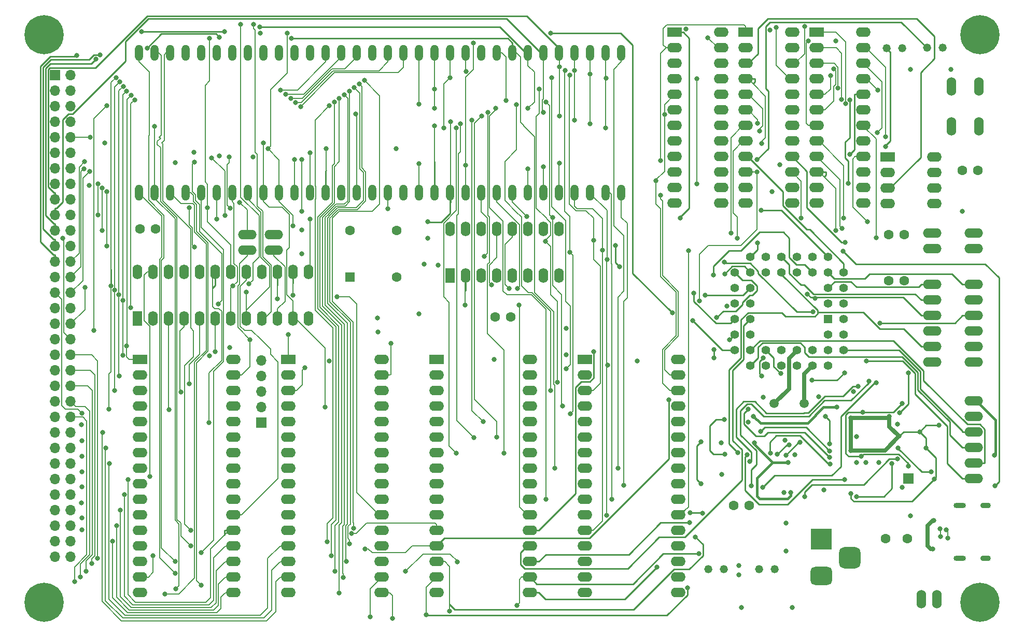
<source format=gbr>
%TF.GenerationSoftware,KiCad,Pcbnew,7.0.9*%
%TF.CreationDate,2024-04-05T20:33:33+01:00*%
%TF.ProjectId,rosco_m68k,726f7363-6f5f-46d3-9638-6b2e6b696361,2.2*%
%TF.SameCoordinates,Original*%
%TF.FileFunction,Copper,L1,Top*%
%TF.FilePolarity,Positive*%
%FSLAX46Y46*%
G04 Gerber Fmt 4.6, Leading zero omitted, Abs format (unit mm)*
G04 Created by KiCad (PCBNEW 7.0.9) date 2024-04-05 20:33:33*
%MOMM*%
%LPD*%
G01*
G04 APERTURE LIST*
G04 Aperture macros list*
%AMRoundRect*
0 Rectangle with rounded corners*
0 $1 Rounding radius*
0 $2 $3 $4 $5 $6 $7 $8 $9 X,Y pos of 4 corners*
0 Add a 4 corners polygon primitive as box body*
4,1,4,$2,$3,$4,$5,$6,$7,$8,$9,$2,$3,0*
0 Add four circle primitives for the rounded corners*
1,1,$1+$1,$2,$3*
1,1,$1+$1,$4,$5*
1,1,$1+$1,$6,$7*
1,1,$1+$1,$8,$9*
0 Add four rect primitives between the rounded corners*
20,1,$1+$1,$2,$3,$4,$5,0*
20,1,$1+$1,$4,$5,$6,$7,0*
20,1,$1+$1,$6,$7,$8,$9,0*
20,1,$1+$1,$8,$9,$2,$3,0*%
G04 Aperture macros list end*
%TA.AperFunction,ComponentPad*%
%ADD10C,6.400000*%
%TD*%
%TA.AperFunction,ComponentPad*%
%ADD11O,1.524000X3.048000*%
%TD*%
%TA.AperFunction,ComponentPad*%
%ADD12C,1.600200*%
%TD*%
%TA.AperFunction,ComponentPad*%
%ADD13R,1.422400X1.422400*%
%TD*%
%TA.AperFunction,ComponentPad*%
%ADD14C,1.422400*%
%TD*%
%TA.AperFunction,ComponentPad*%
%ADD15R,2.400000X1.600000*%
%TD*%
%TA.AperFunction,ComponentPad*%
%ADD16O,2.400000X1.600000*%
%TD*%
%TA.AperFunction,ComponentPad*%
%ADD17O,3.048000X1.524000*%
%TD*%
%TA.AperFunction,ComponentPad*%
%ADD18C,1.320800*%
%TD*%
%TA.AperFunction,ComponentPad*%
%ADD19C,1.500000*%
%TD*%
%TA.AperFunction,ComponentPad*%
%ADD20R,1.600000X1.600000*%
%TD*%
%TA.AperFunction,ComponentPad*%
%ADD21C,1.600000*%
%TD*%
%TA.AperFunction,ComponentPad*%
%ADD22R,1.700000X1.700000*%
%TD*%
%TA.AperFunction,ComponentPad*%
%ADD23O,1.700000X1.700000*%
%TD*%
%TA.AperFunction,ComponentPad*%
%ADD24R,1.600000X2.400000*%
%TD*%
%TA.AperFunction,ComponentPad*%
%ADD25O,1.600000X2.400000*%
%TD*%
%TA.AperFunction,ComponentPad*%
%ADD26O,1.320800X2.641600*%
%TD*%
%TA.AperFunction,ComponentPad*%
%ADD27R,3.500000X3.500000*%
%TD*%
%TA.AperFunction,ComponentPad*%
%ADD28RoundRect,0.750000X1.000000X-0.750000X1.000000X0.750000X-1.000000X0.750000X-1.000000X-0.750000X0*%
%TD*%
%TA.AperFunction,ComponentPad*%
%ADD29RoundRect,0.875000X0.875000X-0.875000X0.875000X0.875000X-0.875000X0.875000X-0.875000X-0.875000X0*%
%TD*%
%TA.AperFunction,ComponentPad*%
%ADD30O,1.700000X0.900000*%
%TD*%
%TA.AperFunction,ComponentPad*%
%ADD31O,2.000000X0.900000*%
%TD*%
%TA.AperFunction,ViaPad*%
%ADD32C,0.800000*%
%TD*%
%TA.AperFunction,Conductor*%
%ADD33C,0.152400*%
%TD*%
%TA.AperFunction,Conductor*%
%ADD34C,0.250000*%
%TD*%
%TA.AperFunction,Conductor*%
%ADD35C,0.450000*%
%TD*%
%TA.AperFunction,Conductor*%
%ADD36C,0.650000*%
%TD*%
%TA.AperFunction,Conductor*%
%ADD37C,0.200000*%
%TD*%
G04 APERTURE END LIST*
D10*
%TO.P,H1,1,1*%
%TO.N,GND*%
X71500000Y-151500000D03*
%TD*%
%TO.P,H2,1,1*%
%TO.N,GND*%
X71500000Y-58700000D03*
%TD*%
%TO.P,H4,1,1*%
%TO.N,GND*%
X224300000Y-151500000D03*
%TD*%
D11*
%TO.P,S1,1,S*%
%TO.N,Net-(IC15-THR)*%
X219659400Y-73701200D03*
%TO.P,S1,2,S1*%
%TO.N,unconnected-(S1-S1-Pad2)*%
X219659400Y-67198800D03*
%TO.P,S1,3,P*%
%TO.N,Net-(S1-P)*%
X224180600Y-73701200D03*
%TO.P,S1,4,P1*%
%TO.N,unconnected-(S1-P1-Pad4)*%
X224180600Y-67198800D03*
%TD*%
D10*
%TO.P,H3,1,1*%
%TO.N,GND*%
X224300000Y-58700000D03*
%TD*%
D12*
%TO.P,C17,+,+*%
%TO.N,VCC*%
X209473800Y-91363800D03*
%TO.P,C17,-,-*%
%TO.N,GND*%
X212013800Y-91363800D03*
%TD*%
%TO.P,C19,+,+*%
%TO.N,VCC*%
X184150000Y-135712200D03*
%TO.P,C19,-,-*%
%TO.N,GND*%
X186690000Y-135712200D03*
%TD*%
D13*
%TO.P,IC4,1,NC*%
%TO.N,unconnected-(IC4-NC-Pad1)*%
X199572000Y-105181400D03*
D14*
%TO.P,IC4,2,A1*%
%TO.N,A1*%
X202112000Y-102641400D03*
%TO.P,IC4,3,IP3*%
%TO.N,GND*%
X199572000Y-102641400D03*
%TO.P,IC4,4,A2*%
%TO.N,A2*%
X202112000Y-100101400D03*
%TO.P,IC4,5,IP1*%
%TO.N,CTSB*%
X199572000Y-100101400D03*
%TO.P,IC4,6,A3*%
%TO.N,A3*%
X202112000Y-97561400D03*
%TO.P,IC4,7,A4*%
%TO.N,A4*%
X199572000Y-95021400D03*
%TO.P,IC4,8,IP0*%
%TO.N,CTSA*%
X199572000Y-97561400D03*
%TO.P,IC4,9,\u002AR/\u002AW*%
%TO.N,RW*%
X197032000Y-95021400D03*
%TO.P,IC4,10,\u002ADTALK*%
%TO.N,DTACK*%
X197032000Y-97561400D03*
%TO.P,IC4,11,RXDB*%
%TO.N,RXDB*%
X194492000Y-95021400D03*
%TO.P,IC4,12,NC*%
%TO.N,unconnected-(IC4-NC-Pad12)*%
X194492000Y-97561400D03*
%TO.P,IC4,13,TXDB*%
%TO.N,TXDB*%
X191952000Y-95021400D03*
%TO.P,IC4,14,OP1*%
%TO.N,RTSB*%
X191952000Y-97561400D03*
%TO.P,IC4,15,OP3*%
%TO.N,Net-(IC4-OP3)*%
X189412000Y-95021400D03*
%TO.P,IC4,16,OP5*%
%TO.N,Net-(IC4-OP5)*%
X189412000Y-97561400D03*
%TO.P,IC4,17,OP7*%
%TO.N,SPICS2*%
X186872000Y-95021400D03*
%TO.P,IC4,18,D1*%
%TO.N,D1*%
X184332000Y-97561400D03*
%TO.P,IC4,19,D3*%
%TO.N,D3*%
X186872000Y-97561400D03*
%TO.P,IC4,20,D5*%
%TO.N,D5*%
X184332000Y-100101400D03*
%TO.P,IC4,21,D7*%
%TO.N,D7*%
X186872000Y-100101400D03*
%TO.P,IC4,22,GND*%
%TO.N,GND*%
X184332000Y-102641400D03*
%TO.P,IC4,23,NC*%
%TO.N,unconnected-(IC4-NC-Pad23)*%
X186872000Y-102641400D03*
%TO.P,IC4,24,INTR*%
%TO.N,DUAIRQ*%
X184332000Y-105181400D03*
%TO.P,IC4,25,D6*%
%TO.N,D6*%
X186872000Y-105181400D03*
%TO.P,IC4,26,D4*%
%TO.N,D4*%
X184332000Y-107721400D03*
%TO.P,IC4,27,D2*%
%TO.N,D2*%
X186872000Y-107721400D03*
%TO.P,IC4,28,D0*%
%TO.N,D0*%
X184332000Y-110261400D03*
%TO.P,IC4,29,OP6*%
%TO.N,SPIMOSI*%
X186872000Y-112801400D03*
%TO.P,IC4,30,OP4*%
%TO.N,SPICLK*%
X186872000Y-110261400D03*
%TO.P,IC4,31,OP2*%
%TO.N,SPICS*%
X189412000Y-112801400D03*
%TO.P,IC4,32,OP0*%
%TO.N,RTSA*%
X189412000Y-110261400D03*
%TO.P,IC4,33,TXDA*%
%TO.N,TXDA*%
X191952000Y-112801400D03*
%TO.P,IC4,34,NC*%
%TO.N,unconnected-(IC4-NC-Pad34)*%
X191952000Y-110261400D03*
%TO.P,IC4,35,RXDA*%
%TO.N,RXDA*%
X194492000Y-112801400D03*
%TO.P,IC4,36,X1/CLK*%
%TO.N,Net-(IC4-X1{slash}CLK)*%
X194492000Y-110261400D03*
%TO.P,IC4,37,X2*%
%TO.N,Net-(IC4-X2)*%
X197032000Y-112801400D03*
%TO.P,IC4,38,\u002ARESET*%
%TO.N,RESET*%
X197032000Y-110261400D03*
%TO.P,IC4,39,CS*%
%TO.N,DUASEL*%
X199572000Y-112801400D03*
%TO.P,IC4,40,IP2*%
%TO.N,SPIMISO*%
X202112000Y-110261400D03*
%TO.P,IC4,41,\u002AIACK*%
%TO.N,DUAIACK*%
X199572000Y-110261400D03*
%TO.P,IC4,42,IP5*%
%TO.N,GND*%
X202112000Y-107721400D03*
%TO.P,IC4,43,IP4*%
X199572000Y-107721400D03*
%TO.P,IC4,44,VCC*%
%TO.N,VCC*%
X202112000Y-105181400D03*
%TD*%
D15*
%TO.P,IC5,1,I1/CLK*%
%TO.N,AS*%
X186076700Y-58324800D03*
D16*
%TO.P,IC5,2,I2*%
%TO.N,unconnected-(IC5-I2-Pad2)*%
X186076700Y-60864800D03*
%TO.P,IC5,3,I3*%
%TO.N,HWRST*%
X186076700Y-63404800D03*
%TO.P,IC5,4,I4/PD*%
%TO.N,FC2*%
X186076700Y-65944800D03*
%TO.P,IC5,5,I5*%
%TO.N,FC1*%
X186076700Y-68484800D03*
%TO.P,IC5,6,I6*%
%TO.N,FC0*%
X186076700Y-71024800D03*
%TO.P,IC5,7,I7*%
%TO.N,A1*%
X186076700Y-73564800D03*
%TO.P,IC5,8,I8*%
%TO.N,A2*%
X186076700Y-76104800D03*
%TO.P,IC5,9,I9*%
%TO.N,A3*%
X186076700Y-78644800D03*
%TO.P,IC5,10,I10*%
%TO.N,A19*%
X186076700Y-81184800D03*
%TO.P,IC5,11,I11*%
%TO.N,A18*%
X186076700Y-83724800D03*
%TO.P,IC5,12,GND*%
%TO.N,GND*%
X186076700Y-86264800D03*
%TO.P,IC5,13,I13*%
%TO.N,A17*%
X193696700Y-86264800D03*
%TO.P,IC5,14,IO1*%
%TO.N,A16*%
X193696700Y-83724800D03*
%TO.P,IC5,15,IO2*%
%TO.N,HALT*%
X193696700Y-81184800D03*
%TO.P,IC5,16,IO3*%
%TO.N,RESET*%
X193696700Y-78644800D03*
%TO.P,IC5,17,I04*%
%TO.N,RUNLED*%
X193696700Y-76104800D03*
%TO.P,IC5,18,IO5*%
%TO.N,unconnected-(IC5-IO5-Pad18)*%
X193696700Y-73564800D03*
%TO.P,IC5,19,IO6*%
%TO.N,unconnected-(IC5-IO6-Pad19)*%
X193696700Y-71024800D03*
%TO.P,IC5,20,IO7*%
%TO.N,unconnected-(IC5-IO7-Pad20)*%
X193696700Y-68484800D03*
%TO.P,IC5,21,IO8*%
%TO.N,BOOT*%
X193696700Y-65944800D03*
%TO.P,IC5,22,IO9*%
%TO.N,CPUSP*%
X193696700Y-63404800D03*
%TO.P,IC5,23,IO10*%
%TO.N,DUAIACK*%
X193696700Y-60864800D03*
%TO.P,IC5,24,VCC*%
%TO.N,VCC*%
X193696700Y-58324800D03*
%TD*%
D17*
%TO.P,JP1,1,A*%
%TO.N,VCCUA*%
X223300000Y-91159000D03*
%TO.P,JP1,2,B*%
%TO.N,VCC*%
X223300000Y-93699000D03*
%TD*%
D18*
%TO.P,LED3,A,A*%
%TO.N,Net-(LED3-PadA)*%
X211600000Y-60930000D03*
%TO.P,LED3,K,C*%
%TO.N,RUNLED*%
X209060000Y-60930000D03*
%TD*%
%TO.P,LED4,A,A*%
%TO.N,Net-(LED4-PadA)*%
X218200000Y-60840000D03*
%TO.P,LED4,K,C*%
%TO.N,RESET*%
X215660000Y-60840000D03*
%TD*%
D19*
%TO.P,Q1,1,1*%
%TO.N,Net-(IC4-X1{slash}CLK)*%
X190750800Y-118973600D03*
%TO.P,Q1,2,2*%
%TO.N,Net-(IC4-X2)*%
X195630800Y-118973600D03*
%TD*%
D20*
%TO.P,Q2,1,EN*%
%TO.N,Net-(Q2-EN)*%
X121500000Y-98300000D03*
D21*
%TO.P,Q2,4,GND*%
%TO.N,GND*%
X129120000Y-98300000D03*
%TO.P,Q2,5,OUT*%
%TO.N,CLK*%
X129120000Y-90680000D03*
%TO.P,Q2,8,Vcc*%
%TO.N,VCC*%
X121500000Y-90680000D03*
%TD*%
D15*
%TO.P,U4,1,A18*%
%TO.N,A19*%
X159800000Y-111823600D03*
D16*
%TO.P,U4,2,A16*%
%TO.N,A17*%
X159800000Y-114363600D03*
%TO.P,U4,3,A14*%
%TO.N,A15*%
X159800000Y-116903600D03*
%TO.P,U4,4,A12*%
%TO.N,A13*%
X159800000Y-119443600D03*
%TO.P,U4,5,A7*%
%TO.N,A8*%
X159800000Y-121983600D03*
%TO.P,U4,6,A6*%
%TO.N,A7*%
X159800000Y-124523600D03*
%TO.P,U4,7,A5*%
%TO.N,A6*%
X159800000Y-127063600D03*
%TO.P,U4,8,A4*%
%TO.N,A5*%
X159800000Y-129603600D03*
%TO.P,U4,9,A3*%
%TO.N,A4*%
X159800000Y-132143600D03*
%TO.P,U4,10,A2*%
%TO.N,A3*%
X159800000Y-134683600D03*
%TO.P,U4,11,A1*%
%TO.N,A2*%
X159800000Y-137223600D03*
%TO.P,U4,12,A0*%
%TO.N,A1*%
X159800000Y-139763600D03*
%TO.P,U4,13,DQ0*%
%TO.N,D8*%
X159800000Y-142303600D03*
%TO.P,U4,14,DQ1*%
%TO.N,D9*%
X159800000Y-144843600D03*
%TO.P,U4,15,DQ2*%
%TO.N,D10*%
X159800000Y-147383600D03*
%TO.P,U4,16,VSS*%
%TO.N,GND*%
X159800000Y-149923600D03*
%TO.P,U4,17,DQ3*%
%TO.N,D11*%
X175040000Y-149923600D03*
%TO.P,U4,18,DQ4*%
%TO.N,D12*%
X175040000Y-147383600D03*
%TO.P,U4,19,DQ5*%
%TO.N,D13*%
X175040000Y-144843600D03*
%TO.P,U4,20,DQ6*%
%TO.N,D14*%
X175040000Y-142303600D03*
%TO.P,U4,21,DQ7*%
%TO.N,D15*%
X175040000Y-139763600D03*
%TO.P,U4,22,CE*%
%TO.N,EVENRAMSEL*%
X175040000Y-137223600D03*
%TO.P,U4,23,A10*%
%TO.N,A11*%
X175040000Y-134683600D03*
%TO.P,U4,24,OE*%
%TO.N,WR*%
X175040000Y-132143600D03*
%TO.P,U4,25,A11*%
%TO.N,A12*%
X175040000Y-129603600D03*
%TO.P,U4,26,A9*%
%TO.N,A10*%
X175040000Y-127063600D03*
%TO.P,U4,27,A8*%
%TO.N,A9*%
X175040000Y-124523600D03*
%TO.P,U4,28,A13*%
%TO.N,A14*%
X175040000Y-121983600D03*
%TO.P,U4,29,WE*%
%TO.N,RW*%
X175040000Y-119443600D03*
%TO.P,U4,30,A17*%
%TO.N,A18*%
X175040000Y-116903600D03*
%TO.P,U4,31,A15*%
%TO.N,A16*%
X175040000Y-114363600D03*
%TO.P,U4,32,VCC*%
%TO.N,VCC*%
X175040000Y-111823600D03*
%TD*%
D15*
%TO.P,U3,1,A18*%
%TO.N,A19*%
X135600000Y-111823600D03*
D16*
%TO.P,U3,2,A16*%
%TO.N,A17*%
X135600000Y-114363600D03*
%TO.P,U3,3,A14*%
%TO.N,A15*%
X135600000Y-116903600D03*
%TO.P,U3,4,A12*%
%TO.N,A13*%
X135600000Y-119443600D03*
%TO.P,U3,5,A7*%
%TO.N,A8*%
X135600000Y-121983600D03*
%TO.P,U3,6,A6*%
%TO.N,A7*%
X135600000Y-124523600D03*
%TO.P,U3,7,A5*%
%TO.N,A6*%
X135600000Y-127063600D03*
%TO.P,U3,8,A4*%
%TO.N,A5*%
X135600000Y-129603600D03*
%TO.P,U3,9,A3*%
%TO.N,A4*%
X135600000Y-132143600D03*
%TO.P,U3,10,A2*%
%TO.N,A3*%
X135600000Y-134683600D03*
%TO.P,U3,11,A1*%
%TO.N,A2*%
X135600000Y-137223600D03*
%TO.P,U3,12,A0*%
%TO.N,A1*%
X135600000Y-139763600D03*
%TO.P,U3,13,DQ0*%
%TO.N,D0*%
X135600000Y-142303600D03*
%TO.P,U3,14,DQ1*%
%TO.N,D1*%
X135600000Y-144843600D03*
%TO.P,U3,15,DQ2*%
%TO.N,D2*%
X135600000Y-147383600D03*
%TO.P,U3,16,VSS*%
%TO.N,GND*%
X135600000Y-149923600D03*
%TO.P,U3,17,DQ3*%
%TO.N,D3*%
X150840000Y-149923600D03*
%TO.P,U3,18,DQ4*%
%TO.N,D4*%
X150840000Y-147383600D03*
%TO.P,U3,19,DQ5*%
%TO.N,D5*%
X150840000Y-144843600D03*
%TO.P,U3,20,DQ6*%
%TO.N,D6*%
X150840000Y-142303600D03*
%TO.P,U3,21,DQ7*%
%TO.N,D7*%
X150840000Y-139763600D03*
%TO.P,U3,22,CE*%
%TO.N,ODDRAMSEL*%
X150840000Y-137223600D03*
%TO.P,U3,23,A10*%
%TO.N,A11*%
X150840000Y-134683600D03*
%TO.P,U3,24,OE*%
%TO.N,WR*%
X150840000Y-132143600D03*
%TO.P,U3,25,A11*%
%TO.N,A12*%
X150840000Y-129603600D03*
%TO.P,U3,26,A9*%
%TO.N,A10*%
X150840000Y-127063600D03*
%TO.P,U3,27,A8*%
%TO.N,A9*%
X150840000Y-124523600D03*
%TO.P,U3,28,A13*%
%TO.N,A14*%
X150840000Y-121983600D03*
%TO.P,U3,29,WE*%
%TO.N,RW*%
X150840000Y-119443600D03*
%TO.P,U3,30,A17*%
%TO.N,A18*%
X150840000Y-116903600D03*
%TO.P,U3,31,A15*%
%TO.N,A16*%
X150840000Y-114363600D03*
%TO.P,U3,32,VCC*%
%TO.N,VCC*%
X150840000Y-111823600D03*
%TD*%
D15*
%TO.P,U2,1,A18*%
%TO.N,A19*%
X111400000Y-111823600D03*
D16*
%TO.P,U2,2,A16*%
%TO.N,A17*%
X111400000Y-114363600D03*
%TO.P,U2,3,A15*%
%TO.N,A16*%
X111400000Y-116903600D03*
%TO.P,U2,4,A12*%
%TO.N,A13*%
X111400000Y-119443600D03*
%TO.P,U2,5,A7*%
%TO.N,A8*%
X111400000Y-121983600D03*
%TO.P,U2,6,A6*%
%TO.N,A7*%
X111400000Y-124523600D03*
%TO.P,U2,7,A5*%
%TO.N,A6*%
X111400000Y-127063600D03*
%TO.P,U2,8,A4*%
%TO.N,A5*%
X111400000Y-129603600D03*
%TO.P,U2,9,A3*%
%TO.N,A4*%
X111400000Y-132143600D03*
%TO.P,U2,10,A2*%
%TO.N,A3*%
X111400000Y-134683600D03*
%TO.P,U2,11,A1*%
%TO.N,A2*%
X111400000Y-137223600D03*
%TO.P,U2,12,A0*%
%TO.N,A1*%
X111400000Y-139763600D03*
%TO.P,U2,13,D0*%
%TO.N,D8*%
X111400000Y-142303600D03*
%TO.P,U2,14,D1*%
%TO.N,D9*%
X111400000Y-144843600D03*
%TO.P,U2,15,D2*%
%TO.N,D10*%
X111400000Y-147383600D03*
%TO.P,U2,16,GND*%
%TO.N,GND*%
X111400000Y-149923600D03*
%TO.P,U2,17,D3*%
%TO.N,D11*%
X126640000Y-149923600D03*
%TO.P,U2,18,D4*%
%TO.N,D12*%
X126640000Y-147383600D03*
%TO.P,U2,19,D5*%
%TO.N,D13*%
X126640000Y-144843600D03*
%TO.P,U2,20,D6*%
%TO.N,D14*%
X126640000Y-142303600D03*
%TO.P,U2,21,D7*%
%TO.N,D15*%
X126640000Y-139763600D03*
%TO.P,U2,22,CE*%
%TO.N,EVENROMSEL*%
X126640000Y-137223600D03*
%TO.P,U2,23,A10*%
%TO.N,A11*%
X126640000Y-134683600D03*
%TO.P,U2,24,OE*%
%TO.N,WR*%
X126640000Y-132143600D03*
%TO.P,U2,25,A11*%
%TO.N,A12*%
X126640000Y-129603600D03*
%TO.P,U2,26,A9*%
%TO.N,A10*%
X126640000Y-127063600D03*
%TO.P,U2,27,A8*%
%TO.N,A9*%
X126640000Y-124523600D03*
%TO.P,U2,28,A13*%
%TO.N,A14*%
X126640000Y-121983600D03*
%TO.P,U2,29,A14*%
%TO.N,A15*%
X126640000Y-119443600D03*
%TO.P,U2,30,A17*%
%TO.N,A18*%
X126640000Y-116903600D03*
%TO.P,U2,31,PGM*%
%TO.N,ROM_RW*%
X126640000Y-114363600D03*
%TO.P,U2,32,VCC*%
%TO.N,VCC*%
X126640000Y-111823600D03*
%TD*%
D22*
%TO.P,J3,1,Pin_1*%
%TO.N,A1*%
X73325000Y-65350000D03*
D23*
%TO.P,J3,2,Pin_2*%
%TO.N,VCC*%
X75865000Y-65350000D03*
%TO.P,J3,3,Pin_3*%
%TO.N,A2*%
X73325000Y-67890000D03*
%TO.P,J3,4,Pin_4*%
%TO.N,CLK*%
X75865000Y-67890000D03*
%TO.P,J3,5,Pin_5*%
%TO.N,A3*%
X73325000Y-70430000D03*
%TO.P,J3,6,Pin_6*%
%TO.N,GND*%
X75865000Y-70430000D03*
%TO.P,J3,7,Pin_7*%
%TO.N,A4*%
X73325000Y-72970000D03*
%TO.P,J3,8,Pin_8*%
%TO.N,VPA*%
X75865000Y-72970000D03*
%TO.P,J3,9,Pin_9*%
%TO.N,A5*%
X73325000Y-75510000D03*
%TO.P,J3,10,Pin_10*%
%TO.N,E*%
X75865000Y-75510000D03*
%TO.P,J3,11,Pin_11*%
%TO.N,A6*%
X73325000Y-78050000D03*
%TO.P,J3,12,Pin_12*%
%TO.N,VMA*%
X75865000Y-78050000D03*
%TO.P,J3,13,Pin_13*%
%TO.N,A7*%
X73325000Y-80590000D03*
%TO.P,J3,14,Pin_14*%
%TO.N,IRQ3*%
X75865000Y-80590000D03*
%TO.P,J3,15,Pin_15*%
%TO.N,A8*%
X73325000Y-83130000D03*
%TO.P,J3,16,Pin_16*%
%TO.N,IOSEL*%
X75865000Y-83130000D03*
%TO.P,J3,17,Pin_17*%
%TO.N,A9*%
X73325000Y-85670000D03*
%TO.P,J3,18,Pin_18*%
%TO.N,EXPSEL*%
X75865000Y-85670000D03*
%TO.P,J3,19,Pin_19*%
%TO.N,A10*%
X73325000Y-88210000D03*
%TO.P,J3,20,Pin_20*%
%TO.N,FC0*%
X75865000Y-88210000D03*
%TO.P,J3,21,Pin_21*%
%TO.N,A11*%
X73325000Y-90750000D03*
%TO.P,J3,22,Pin_22*%
%TO.N,FC1*%
X75865000Y-90750000D03*
%TO.P,J3,23,Pin_23*%
%TO.N,A12*%
X73325000Y-93290000D03*
%TO.P,J3,24,Pin_24*%
%TO.N,FC2*%
X75865000Y-93290000D03*
%TO.P,J3,25,Pin_25*%
%TO.N,A13*%
X73325000Y-95830000D03*
%TO.P,J3,26,Pin_26*%
%TO.N,IRQ5*%
X75865000Y-95830000D03*
%TO.P,J3,27,Pin_27*%
%TO.N,A14*%
X73325000Y-98370000D03*
%TO.P,J3,28,Pin_28*%
%TO.N,IRQ2*%
X75865000Y-98370000D03*
%TO.P,J3,29,Pin_29*%
%TO.N,A15*%
X73325000Y-100910000D03*
%TO.P,J3,30,Pin_30*%
%TO.N,IRQ6*%
X75865000Y-100910000D03*
%TO.P,J3,31,Pin_31*%
%TO.N,A16*%
X73325000Y-103450000D03*
%TO.P,J3,32,Pin_32*%
%TO.N,LDS*%
X75865000Y-103450000D03*
%TO.P,J3,33,Pin_33*%
%TO.N,A17*%
X73325000Y-105990000D03*
%TO.P,J3,34,Pin_34*%
%TO.N,UDS*%
X75865000Y-105990000D03*
%TO.P,J3,35,Pin_35*%
%TO.N,A18*%
X73325000Y-108530000D03*
%TO.P,J3,36,Pin_36*%
%TO.N,RESET*%
X75865000Y-108530000D03*
%TO.P,J3,37,Pin_37*%
%TO.N,A19*%
X73325000Y-111070000D03*
%TO.P,J3,38,Pin_38*%
%TO.N,D15*%
X75865000Y-111070000D03*
%TO.P,J3,39,Pin_39*%
%TO.N,A20*%
X73325000Y-113610000D03*
%TO.P,J3,40,Pin_40*%
%TO.N,D14*%
X75865000Y-113610000D03*
%TO.P,J3,41,Pin_41*%
%TO.N,A21*%
X73325000Y-116150000D03*
%TO.P,J3,42,Pin_42*%
%TO.N,D13*%
X75865000Y-116150000D03*
%TO.P,J3,43,Pin_43*%
%TO.N,A22*%
X73325000Y-118690000D03*
%TO.P,J3,44,Pin_44*%
%TO.N,D12*%
X75865000Y-118690000D03*
%TO.P,J3,45,Pin_45*%
%TO.N,A23*%
X73325000Y-121230000D03*
%TO.P,J3,46,Pin_46*%
%TO.N,D11*%
X75865000Y-121230000D03*
%TO.P,J3,47,Pin_47*%
%TO.N,AS*%
X73325000Y-123770000D03*
%TO.P,J3,48,Pin_48*%
%TO.N,D10*%
X75865000Y-123770000D03*
%TO.P,J3,49,Pin_49*%
%TO.N,BERR*%
X73325000Y-126310000D03*
%TO.P,J3,50,Pin_50*%
%TO.N,D9*%
X75865000Y-126310000D03*
%TO.P,J3,51,Pin_51*%
%TO.N,BG*%
X73325000Y-128850000D03*
%TO.P,J3,52,Pin_52*%
%TO.N,D8*%
X75865000Y-128850000D03*
%TO.P,J3,53,Pin_53*%
%TO.N,BGACK*%
X73325000Y-131390000D03*
%TO.P,J3,54,Pin_54*%
%TO.N,D7*%
X75865000Y-131390000D03*
%TO.P,J3,55,Pin_55*%
%TO.N,BR*%
X73325000Y-133930000D03*
%TO.P,J3,56,Pin_56*%
%TO.N,D6*%
X75865000Y-133930000D03*
%TO.P,J3,57,Pin_57*%
%TO.N,DTACK*%
X73325000Y-136470000D03*
%TO.P,J3,58,Pin_58*%
%TO.N,D5*%
X75865000Y-136470000D03*
%TO.P,J3,59,Pin_59*%
%TO.N,RW*%
X73325000Y-139010000D03*
%TO.P,J3,60,Pin_60*%
%TO.N,D4*%
X75865000Y-139010000D03*
%TO.P,J3,61,Pin_61*%
%TO.N,D0*%
X73325000Y-141550000D03*
%TO.P,J3,62,Pin_62*%
%TO.N,D3*%
X75865000Y-141550000D03*
%TO.P,J3,63,Pin_63*%
%TO.N,D1*%
X73325000Y-144090000D03*
%TO.P,J3,64,Pin_64*%
%TO.N,D2*%
X75865000Y-144090000D03*
%TD*%
D15*
%TO.P,IC6,1,I1/CLK*%
%TO.N,CLK*%
X174450000Y-58324800D03*
D16*
%TO.P,IC6,2,I2*%
%TO.N,AS*%
X174450000Y-60864800D03*
%TO.P,IC6,3,I3*%
%TO.N,CPUSP*%
X174450000Y-63404800D03*
%TO.P,IC6,4,I4/PD*%
%TO.N,A19*%
X174450000Y-65944800D03*
%TO.P,IC6,5,I5*%
%TO.N,A18*%
X174450000Y-68484800D03*
%TO.P,IC6,6,I6*%
%TO.N,A16*%
X174450000Y-71024800D03*
%TO.P,IC6,7,I7*%
%TO.N,A17*%
X174450000Y-73564800D03*
%TO.P,IC6,8,I8*%
%TO.N,unconnected-(IC6-I8-Pad8)*%
X174450000Y-76104800D03*
%TO.P,IC6,9,I9*%
%TO.N,unconnected-(IC6-I9-Pad9)*%
X174450000Y-78644800D03*
%TO.P,IC6,10,I10*%
%TO.N,unconnected-(IC6-I10-Pad10)*%
X174450000Y-81184800D03*
%TO.P,IC6,11,I11*%
%TO.N,unconnected-(IC6-I11-Pad11)*%
X174450000Y-83724800D03*
%TO.P,IC6,12,GND*%
%TO.N,GND*%
X174450000Y-86264800D03*
%TO.P,IC6,13,I13*%
X182070000Y-86264800D03*
%TO.P,IC6,14,IO1*%
%TO.N,unconnected-(IC6-IO1-Pad14)*%
X182070000Y-83724800D03*
%TO.P,IC6,15,IO2*%
%TO.N,unconnected-(IC6-IO2-Pad15)*%
X182070000Y-81184800D03*
%TO.P,IC6,16,IO3*%
%TO.N,unconnected-(IC6-IO3-Pad16)*%
X182070000Y-78644800D03*
%TO.P,IC6,17,I04*%
%TO.N,unconnected-(IC6-I04-Pad17)*%
X182070000Y-76104800D03*
%TO.P,IC6,18,IO5*%
%TO.N,unconnected-(IC6-IO5-Pad18)*%
X182070000Y-73564800D03*
%TO.P,IC6,19,IO6*%
%TO.N,unconnected-(IC6-IO6-Pad19)*%
X182070000Y-71024800D03*
%TO.P,IC6,20,IO7*%
%TO.N,unconnected-(IC6-IO7-Pad20)*%
X182070000Y-68484800D03*
%TO.P,IC6,21,IO8*%
%TO.N,unconnected-(IC6-IO8-Pad21)*%
X182070000Y-65944800D03*
%TO.P,IC6,22,IO9*%
%TO.N,unconnected-(IC6-IO9-Pad22)*%
X182070000Y-63404800D03*
%TO.P,IC6,23,IO10*%
%TO.N,BERR*%
X182070000Y-60864800D03*
%TO.P,IC6,24,VCC*%
%TO.N,VCC*%
X182070000Y-58324800D03*
%TD*%
D17*
%TO.P,J4,1,Pin_1*%
%TO.N,SPICS*%
X223300000Y-131310000D03*
%TO.P,J4,2,Pin_2*%
%TO.N,SPICLK*%
X223300000Y-128770000D03*
%TO.P,J4,3,Pin_3*%
%TO.N,SPIMOSI*%
X223300000Y-126230000D03*
%TO.P,J4,4,Pin_4*%
%TO.N,SPIMISO*%
X223300000Y-123690000D03*
%TO.P,J4,5,Pin_5*%
%TO.N,VCC*%
X223300000Y-121150000D03*
%TO.P,J4,6,Pin_6*%
%TO.N,GND*%
X223300000Y-118610000D03*
%TD*%
%TO.P,J2,1,Pin_1*%
%TO.N,GND*%
X216564000Y-112258000D03*
%TO.P,J2,2,Pin_2*%
%TO.N,RTSB*%
X216564000Y-109718000D03*
%TO.P,J2,3,Pin_3*%
%TO.N,VCCUB*%
X216564000Y-107178000D03*
%TO.P,J2,4,Pin_4*%
%TO.N,RXDB*%
X216564000Y-104638000D03*
%TO.P,J2,5,Pin_5*%
%TO.N,TXDB*%
X216564000Y-102098000D03*
%TO.P,J2,6,Pin_6*%
%TO.N,CTSB*%
X216564000Y-99558000D03*
%TD*%
%TO.P,J1,1,Pin_1*%
%TO.N,GND*%
X223300000Y-112258000D03*
%TO.P,J1,2,Pin_2*%
%TO.N,RTSA*%
X223300000Y-109718000D03*
%TO.P,J1,3,Pin_3*%
%TO.N,VCCUA*%
X223300000Y-107178000D03*
%TO.P,J1,4,Pin_4*%
%TO.N,RXDA*%
X223300000Y-104638000D03*
%TO.P,J1,5,Pin_5*%
%TO.N,TXDA*%
X223300000Y-102098000D03*
%TO.P,J1,6,Pin_6*%
%TO.N,CTSA*%
X223300000Y-99558000D03*
%TD*%
D11*
%TO.P,J5,1,1*%
%TO.N,VCC*%
X214730000Y-151000000D03*
%TO.P,J5,2,2*%
%TO.N,GND*%
X217270000Y-151000000D03*
%TD*%
D15*
%TO.P,IC15,1,GND*%
%TO.N,GND*%
X209230000Y-78724800D03*
D16*
%TO.P,IC15,2,TR*%
%TO.N,Net-(IC15-THR)*%
X209230000Y-81264800D03*
%TO.P,IC15,3,Q*%
%TO.N,HWRST*%
X209230000Y-83804800D03*
%TO.P,IC15,4,R*%
%TO.N,VCC*%
X209230000Y-86344800D03*
%TO.P,IC15,5,CV*%
%TO.N,Net-(IC15-CV)*%
X216850000Y-86344800D03*
%TO.P,IC15,6,THR*%
%TO.N,Net-(IC15-THR)*%
X216850000Y-83804800D03*
%TO.P,IC15,7,DIS*%
%TO.N,unconnected-(IC15-DIS-Pad7)*%
X216850000Y-81264800D03*
%TO.P,IC15,8,V+*%
%TO.N,VCC*%
X216850000Y-78724800D03*
%TD*%
D17*
%TO.P,JP2,1,A*%
%TO.N,VCCUB*%
X216564000Y-91159000D03*
%TO.P,JP2,2,B*%
%TO.N,VCC*%
X216564000Y-93699000D03*
%TD*%
%TO.P,JP3,1,A*%
%TO.N,RW*%
X104703000Y-91393000D03*
%TO.P,JP3,2,B*%
%TO.N,ROM_RW*%
X104703000Y-93933000D03*
%TD*%
D18*
%TO.P,LED1,A,A*%
%TO.N,Net-(LED1-PadA)*%
X182478200Y-146098800D03*
%TO.P,LED1,K,C*%
%TO.N,Net-(IC4-OP5)*%
X179938200Y-146098800D03*
%TD*%
%TO.P,LED2,A,A*%
%TO.N,Net-(LED2-PadA)*%
X190843400Y-146100800D03*
%TO.P,LED2,K,C*%
%TO.N,Net-(IC4-OP3)*%
X188303400Y-146100800D03*
%TD*%
D17*
%TO.P,JP4,1,A*%
%TO.N,LGEXP*%
X109018000Y-93933000D03*
%TO.P,JP4,2,B*%
%TO.N,GND*%
X109018000Y-91393000D03*
%TD*%
D15*
%TO.P,U1,1,A18*%
%TO.N,A19*%
X87200000Y-111823600D03*
D16*
%TO.P,U1,2,A16*%
%TO.N,A17*%
X87200000Y-114363600D03*
%TO.P,U1,3,A15*%
%TO.N,A16*%
X87200000Y-116903600D03*
%TO.P,U1,4,A12*%
%TO.N,A13*%
X87200000Y-119443600D03*
%TO.P,U1,5,A7*%
%TO.N,A8*%
X87200000Y-121983600D03*
%TO.P,U1,6,A6*%
%TO.N,A7*%
X87200000Y-124523600D03*
%TO.P,U1,7,A5*%
%TO.N,A6*%
X87200000Y-127063600D03*
%TO.P,U1,8,A4*%
%TO.N,A5*%
X87200000Y-129603600D03*
%TO.P,U1,9,A3*%
%TO.N,A4*%
X87200000Y-132143600D03*
%TO.P,U1,10,A2*%
%TO.N,A3*%
X87200000Y-134683600D03*
%TO.P,U1,11,A1*%
%TO.N,A2*%
X87200000Y-137223600D03*
%TO.P,U1,12,A0*%
%TO.N,A1*%
X87200000Y-139763600D03*
%TO.P,U1,13,D0*%
%TO.N,D0*%
X87200000Y-142303600D03*
%TO.P,U1,14,D1*%
%TO.N,D1*%
X87200000Y-144843600D03*
%TO.P,U1,15,D2*%
%TO.N,D2*%
X87200000Y-147383600D03*
%TO.P,U1,16,GND*%
%TO.N,GND*%
X87200000Y-149923600D03*
%TO.P,U1,17,D3*%
%TO.N,D3*%
X102440000Y-149923600D03*
%TO.P,U1,18,D4*%
%TO.N,D4*%
X102440000Y-147383600D03*
%TO.P,U1,19,D5*%
%TO.N,D5*%
X102440000Y-144843600D03*
%TO.P,U1,20,D6*%
%TO.N,D6*%
X102440000Y-142303600D03*
%TO.P,U1,21,D7*%
%TO.N,D7*%
X102440000Y-139763600D03*
%TO.P,U1,22,CE*%
%TO.N,ODDROMSEL*%
X102440000Y-137223600D03*
%TO.P,U1,23,A10*%
%TO.N,A11*%
X102440000Y-134683600D03*
%TO.P,U1,24,OE*%
%TO.N,WR*%
X102440000Y-132143600D03*
%TO.P,U1,25,A11*%
%TO.N,A12*%
X102440000Y-129603600D03*
%TO.P,U1,26,A9*%
%TO.N,A10*%
X102440000Y-127063600D03*
%TO.P,U1,27,A8*%
%TO.N,A9*%
X102440000Y-124523600D03*
%TO.P,U1,28,A13*%
%TO.N,A14*%
X102440000Y-121983600D03*
%TO.P,U1,29,A14*%
%TO.N,A15*%
X102440000Y-119443600D03*
%TO.P,U1,30,A17*%
%TO.N,A18*%
X102440000Y-116903600D03*
%TO.P,U1,31,PGM*%
%TO.N,ROM_RW*%
X102440000Y-114363600D03*
%TO.P,U1,32,VCC*%
%TO.N,VCC*%
X102440000Y-111823600D03*
%TD*%
D12*
%TO.P,C11,+,+*%
%TO.N,Net-(IC15-THR)*%
X221459000Y-80910000D03*
%TO.P,C11,-,-*%
%TO.N,GND*%
X223999000Y-80910000D03*
%TD*%
D15*
%TO.P,IC3,1,I1/CLK*%
%TO.N,A6*%
X197703300Y-58324800D03*
D16*
%TO.P,IC3,2,I2*%
%TO.N,A7*%
X197703300Y-60864800D03*
%TO.P,IC3,3,I3*%
%TO.N,A8*%
X197703300Y-63404800D03*
%TO.P,IC3,4,I4/PD*%
%TO.N,A9*%
X197703300Y-65944800D03*
%TO.P,IC3,5,I5*%
%TO.N,A10*%
X197703300Y-68484800D03*
%TO.P,IC3,6,I6*%
%TO.N,A11*%
X197703300Y-71024800D03*
%TO.P,IC3,7,I7*%
%TO.N,A12*%
X197703300Y-73564800D03*
%TO.P,IC3,8,I8*%
%TO.N,A13*%
X197703300Y-76104800D03*
%TO.P,IC3,9,I9*%
%TO.N,A14*%
X197703300Y-78644800D03*
%TO.P,IC3,10,I10*%
%TO.N,A15*%
X197703300Y-81184800D03*
%TO.P,IC3,11,I11*%
%TO.N,A16*%
X197703300Y-83724800D03*
%TO.P,IC3,12,GND*%
%TO.N,GND*%
X197703300Y-86264800D03*
%TO.P,IC3,13,I13*%
%TO.N,unconnected-(IC3-I13-Pad13)*%
X205323300Y-86264800D03*
%TO.P,IC3,14,IO1*%
%TO.N,A19*%
X205323300Y-83724800D03*
%TO.P,IC3,15,IO2*%
%TO.N,unconnected-(IC3-IO2-Pad15)*%
X205323300Y-81184800D03*
%TO.P,IC3,16,IO3*%
%TO.N,A17*%
X205323300Y-78644800D03*
%TO.P,IC3,17,I04*%
%TO.N,A18*%
X205323300Y-76104800D03*
%TO.P,IC3,18,IO5*%
%TO.N,LDS*%
X205323300Y-73564800D03*
%TO.P,IC3,19,IO6*%
%TO.N,IOSEL*%
X205323300Y-71024800D03*
%TO.P,IC3,20,IO7*%
%TO.N,DUASEL*%
X205323300Y-68484800D03*
%TO.P,IC3,21,IO8*%
%TO.N,FC0*%
X205323300Y-65944800D03*
%TO.P,IC3,22,IO9*%
%TO.N,FC1*%
X205323300Y-63404800D03*
%TO.P,IC3,23,IO10*%
%TO.N,FC2*%
X205323300Y-60864800D03*
%TO.P,IC3,24,VCC*%
%TO.N,VCC*%
X205323300Y-58324800D03*
%TD*%
D24*
%TO.P,IC2,1,I1/CLK*%
%TO.N,A18*%
X86787000Y-105081000D03*
D25*
%TO.P,IC2,2,I2*%
%TO.N,A19*%
X89327000Y-105081000D03*
%TO.P,IC2,3,I3*%
%TO.N,A20*%
X91867000Y-105081000D03*
%TO.P,IC2,4,I4/PD*%
%TO.N,A21*%
X94407000Y-105081000D03*
%TO.P,IC2,5,I5*%
%TO.N,A22*%
X96947000Y-105081000D03*
%TO.P,IC2,6,I6*%
%TO.N,A23*%
X99487000Y-105081000D03*
%TO.P,IC2,7,I7*%
%TO.N,UDS*%
X102027000Y-105081000D03*
%TO.P,IC2,8,I8*%
%TO.N,LDS*%
X104567000Y-105081000D03*
%TO.P,IC2,9,I9*%
%TO.N,BOOT*%
X107107000Y-105081000D03*
%TO.P,IC2,10,I10*%
%TO.N,LGEXP*%
X109647000Y-105081000D03*
%TO.P,IC2,11,I11*%
%TO.N,RW*%
X112187000Y-105081000D03*
%TO.P,IC2,12,GND*%
%TO.N,GND*%
X114727000Y-105081000D03*
%TO.P,IC2,13,I13*%
%TO.N,AS*%
X114727000Y-97461000D03*
%TO.P,IC2,14,IO1*%
%TO.N,EVENRAMSEL*%
X112187000Y-97461000D03*
%TO.P,IC2,15,IO2*%
%TO.N,ODDRAMSEL*%
X109647000Y-97461000D03*
%TO.P,IC2,16,IO3*%
%TO.N,EVENROMSEL*%
X107107000Y-97461000D03*
%TO.P,IC2,17,I04*%
%TO.N,ODDROMSEL*%
X104567000Y-97461000D03*
%TO.P,IC2,18,IO5*%
%TO.N,IOSEL*%
X102027000Y-97461000D03*
%TO.P,IC2,19,IO6*%
%TO.N,EXPSEL*%
X99487000Y-97461000D03*
%TO.P,IC2,20,IO7*%
%TO.N,CPUSP*%
X96947000Y-97461000D03*
%TO.P,IC2,21,IO8*%
%TO.N,unconnected-(IC2-IO8-Pad21)*%
X94407000Y-97461000D03*
%TO.P,IC2,22,IO9*%
%TO.N,DTACK*%
X91867000Y-97461000D03*
%TO.P,IC2,23,IO10*%
%TO.N,WR*%
X89327000Y-97461000D03*
%TO.P,IC2,24,VCC*%
%TO.N,VCC*%
X86787000Y-97461000D03*
%TD*%
D22*
%TO.P,J6,1,Pin_1*%
%TO.N,EXPSEL*%
X106970000Y-122130000D03*
D23*
%TO.P,J6,2,Pin_2*%
%TO.N,A20*%
X106970000Y-119590000D03*
%TO.P,J6,3,Pin_3*%
%TO.N,A21*%
X106970000Y-117050000D03*
%TO.P,J6,4,Pin_4*%
%TO.N,A22*%
X106970000Y-114510000D03*
%TO.P,J6,5,Pin_5*%
%TO.N,A23*%
X106970000Y-111970000D03*
%TD*%
D22*
%TO.P,J7,1,Pin_1*%
%TO.N,SPICS2*%
X212635400Y-131310000D03*
%TD*%
D24*
%TO.P,IC7,1,I4*%
%TO.N,DUAIRQ*%
X137830000Y-98100000D03*
D25*
%TO.P,IC7,2,I5*%
%TO.N,IRQ5*%
X140370000Y-98100000D03*
%TO.P,IC7,3,I6*%
%TO.N,IRQ6*%
X142910000Y-98100000D03*
%TO.P,IC7,4,I7*%
%TO.N,VCC*%
X145450000Y-98100000D03*
%TO.P,IC7,5,EI*%
%TO.N,GND*%
X147990000Y-98100000D03*
%TO.P,IC7,6,S2*%
%TO.N,IPL2*%
X150530000Y-98100000D03*
%TO.P,IC7,7,S1*%
%TO.N,IPL1*%
X153070000Y-98100000D03*
%TO.P,IC7,8,GND*%
%TO.N,GND*%
X155610000Y-98100000D03*
%TO.P,IC7,9,S0*%
%TO.N,IPL0*%
X155610000Y-90480000D03*
%TO.P,IC7,10,IO*%
%TO.N,GND*%
X153070000Y-90480000D03*
%TO.P,IC7,11,I1*%
%TO.N,VCC*%
X150530000Y-90480000D03*
%TO.P,IC7,12,I2*%
%TO.N,IRQ2*%
X147990000Y-90480000D03*
%TO.P,IC7,13,I3*%
%TO.N,IRQ3*%
X145450000Y-90480000D03*
%TO.P,IC7,14,GS*%
%TO.N,unconnected-(IC7-GS-Pad14)*%
X142910000Y-90480000D03*
%TO.P,IC7,15,EO*%
%TO.N,unconnected-(IC7-EO-Pad15)*%
X140370000Y-90480000D03*
%TO.P,IC7,16,VCC*%
%TO.N,VCC*%
X137830000Y-90480000D03*
%TD*%
D26*
%TO.P,IC1,1,D4*%
%TO.N,D4*%
X87030000Y-84530000D03*
%TO.P,IC1,2,D3*%
%TO.N,D3*%
X89570000Y-84530000D03*
%TO.P,IC1,3,D2*%
%TO.N,D2*%
X92110000Y-84530000D03*
%TO.P,IC1,4,D1*%
%TO.N,D1*%
X94650000Y-84530000D03*
%TO.P,IC1,5,D0*%
%TO.N,D0*%
X97190000Y-84530000D03*
%TO.P,IC1,6,AS*%
%TO.N,AS*%
X99730000Y-84530000D03*
%TO.P,IC1,7,UDS*%
%TO.N,UDS*%
X102270000Y-84530000D03*
%TO.P,IC1,8,LDS*%
%TO.N,LDS*%
X104810000Y-84530000D03*
%TO.P,IC1,9,R/W*%
%TO.N,RW*%
X107350000Y-84530000D03*
%TO.P,IC1,10,DTACK*%
%TO.N,DTACK*%
X109890000Y-84530000D03*
%TO.P,IC1,11,BG*%
%TO.N,BG*%
X112430000Y-84530000D03*
%TO.P,IC1,12,BGACK*%
%TO.N,BGACK*%
X114970000Y-84530000D03*
%TO.P,IC1,13,BR*%
%TO.N,BR*%
X117510000Y-84530000D03*
%TO.P,IC1,14,VCC@1*%
%TO.N,VCC*%
X120050000Y-84530000D03*
%TO.P,IC1,15,CLK*%
%TO.N,CLK*%
X122590000Y-84530000D03*
%TO.P,IC1,16,GND@1*%
%TO.N,GND*%
X125130000Y-84530000D03*
%TO.P,IC1,17,HALT*%
%TO.N,HALT*%
X127670000Y-84530000D03*
%TO.P,IC1,18,RESET*%
%TO.N,RESET*%
X130210000Y-84530000D03*
%TO.P,IC1,19,VMA*%
%TO.N,VMA*%
X132750000Y-84530000D03*
%TO.P,IC1,20,E*%
%TO.N,E*%
X135290000Y-84530000D03*
%TO.P,IC1,21,VPA*%
%TO.N,VPA*%
X137830000Y-84530000D03*
%TO.P,IC1,22,BERR*%
%TO.N,BERR*%
X140370000Y-84530000D03*
%TO.P,IC1,23,IPL2*%
%TO.N,IPL2*%
X142910000Y-84530000D03*
%TO.P,IC1,24,IPL1*%
%TO.N,IPL1*%
X145450000Y-84530000D03*
%TO.P,IC1,25,IPL0*%
%TO.N,IPL0*%
X147990000Y-84530000D03*
%TO.P,IC1,26,FC2*%
%TO.N,FC2*%
X150530000Y-84530000D03*
%TO.P,IC1,27,FC1*%
%TO.N,FC1*%
X153070000Y-84530000D03*
%TO.P,IC1,28,FC0*%
%TO.N,FC0*%
X155610000Y-84530000D03*
%TO.P,IC1,29,A1*%
%TO.N,A1*%
X158150000Y-84530000D03*
%TO.P,IC1,30,A2*%
%TO.N,A2*%
X160690000Y-84530000D03*
%TO.P,IC1,31,A3*%
%TO.N,A3*%
X163230000Y-84530000D03*
%TO.P,IC1,32,A4*%
%TO.N,A4*%
X165770000Y-84530000D03*
%TO.P,IC1,33,A5*%
%TO.N,A5*%
X165770000Y-61670000D03*
%TO.P,IC1,34,A6*%
%TO.N,A6*%
X163230000Y-61670000D03*
%TO.P,IC1,35,A7*%
%TO.N,A7*%
X160690000Y-61670000D03*
%TO.P,IC1,36,A8*%
%TO.N,A8*%
X158150000Y-61670000D03*
%TO.P,IC1,37,A9*%
%TO.N,A9*%
X155610000Y-61670000D03*
%TO.P,IC1,38,A10*%
%TO.N,A10*%
X153070000Y-61670000D03*
%TO.P,IC1,39,A11*%
%TO.N,A11*%
X150530000Y-61670000D03*
%TO.P,IC1,40,A12*%
%TO.N,A12*%
X147990000Y-61670000D03*
%TO.P,IC1,41,A13*%
%TO.N,A13*%
X145450000Y-61670000D03*
%TO.P,IC1,42,A14*%
%TO.N,A14*%
X142910000Y-61670000D03*
%TO.P,IC1,43,A15*%
%TO.N,A15*%
X140370000Y-61670000D03*
%TO.P,IC1,44,A16*%
%TO.N,A16*%
X137830000Y-61670000D03*
%TO.P,IC1,45,A17*%
%TO.N,A17*%
X135290000Y-61670000D03*
%TO.P,IC1,46,A18*%
%TO.N,A18*%
X132750000Y-61670000D03*
%TO.P,IC1,47,A19*%
%TO.N,A19*%
X130210000Y-61670000D03*
%TO.P,IC1,48,A20*%
%TO.N,A20*%
X127670000Y-61670000D03*
%TO.P,IC1,49,VCC@2*%
%TO.N,VCC*%
X125130000Y-61670000D03*
%TO.P,IC1,50,A21*%
%TO.N,A21*%
X122590000Y-61670000D03*
%TO.P,IC1,51,A22*%
%TO.N,A22*%
X120050000Y-61670000D03*
%TO.P,IC1,52,A23*%
%TO.N,A23*%
X117510000Y-61670000D03*
%TO.P,IC1,53,GND@2*%
%TO.N,GND*%
X114970000Y-61670000D03*
%TO.P,IC1,54,D15*%
%TO.N,D15*%
X112430000Y-61670000D03*
%TO.P,IC1,55,D14*%
%TO.N,D14*%
X109890000Y-61670000D03*
%TO.P,IC1,56,D13*%
%TO.N,D13*%
X107350000Y-61670000D03*
%TO.P,IC1,57,D12*%
%TO.N,D12*%
X104810000Y-61670000D03*
%TO.P,IC1,58,D11*%
%TO.N,D11*%
X102270000Y-61670000D03*
%TO.P,IC1,59,D10*%
%TO.N,D10*%
X99730000Y-61670000D03*
%TO.P,IC1,60,D9*%
%TO.N,D9*%
X97190000Y-61670000D03*
%TO.P,IC1,61,D8*%
%TO.N,D8*%
X94650000Y-61670000D03*
%TO.P,IC1,62,D7*%
%TO.N,D7*%
X92110000Y-61670000D03*
%TO.P,IC1,63,D6*%
%TO.N,D6*%
X89570000Y-61670000D03*
%TO.P,IC1,64,D5*%
%TO.N,D5*%
X87030000Y-61670000D03*
%TD*%
D12*
%TO.P,C14,+,+*%
%TO.N,VCC*%
X87205000Y-90454000D03*
%TO.P,C14,-,-*%
%TO.N,GND*%
X89745000Y-90454000D03*
%TD*%
%TO.P,C15,+,+*%
%TO.N,VCC*%
X145186400Y-104825800D03*
%TO.P,C15,-,-*%
%TO.N,GND*%
X147726400Y-104825800D03*
%TD*%
%TO.P,C18,+,+*%
%TO.N,VCC*%
X209473800Y-98907600D03*
%TO.P,C18,-,-*%
%TO.N,GND*%
X212013800Y-98907600D03*
%TD*%
%TO.P,C21,+,+*%
%TO.N,VCC*%
X208965800Y-141122400D03*
%TO.P,C21,-,-*%
%TO.N,GND*%
X212521800Y-141122400D03*
%TD*%
D27*
%TO.P,J9,1*%
%TO.N,VCC*%
X198424800Y-141193000D03*
D28*
%TO.P,J9,2*%
%TO.N,GND*%
X198424800Y-147193000D03*
D29*
%TO.P,J9,3*%
%TO.N,N/C*%
X203124800Y-144193000D03*
%TD*%
D30*
%TO.P,J10,S1,SHIELD*%
%TO.N,GND*%
X225230000Y-135690000D03*
D31*
X221060000Y-135690000D03*
D30*
X225230000Y-144330000D03*
D31*
X221060000Y-144330000D03*
%TD*%
D32*
%TO.N,IPL2*%
X143427000Y-94915000D03*
%TO.N,IPL1*%
X148804000Y-100198000D03*
%TO.N,IPL0*%
X150337000Y-88427400D03*
%TO.N,DTACK*%
X111190000Y-58440000D03*
X180841000Y-97969100D03*
X108083000Y-77358000D03*
X154254200Y-58470800D03*
X112174000Y-89925000D03*
X174105900Y-104218300D03*
%TO.N,BGACK*%
X114950000Y-78000000D03*
%TO.N,BR*%
X117550000Y-77328600D03*
%TO.N,RESET*%
X187970000Y-79150000D03*
X74600000Y-92025000D03*
X202361800Y-92659200D03*
%TO.N,BERR*%
X141650000Y-60078600D03*
X140320000Y-80010000D03*
X179913000Y-59192400D03*
%TO.N,CLK*%
X122375000Y-71702500D03*
X175404000Y-88658600D03*
%TO.N,LDS*%
X104567000Y-100790000D03*
X207416000Y-91922600D03*
%TO.N,UDS*%
X78198700Y-100072000D03*
X102323000Y-99796600D03*
%TO.N,AS*%
X114914000Y-88877000D03*
X172202000Y-79279100D03*
X99701000Y-88877000D03*
%TO.N,BG*%
X112450000Y-79147400D03*
%TO.N,FC2*%
X81754100Y-93297200D03*
X208892000Y-75395400D03*
X188654000Y-76526000D03*
X81775000Y-84400000D03*
X150550000Y-80671400D03*
%TO.N,FC1*%
X188349000Y-74436000D03*
X207600000Y-74700000D03*
X81000000Y-90750000D03*
X81025000Y-83750000D03*
X153050000Y-80328600D03*
%TO.N,FC0*%
X155650000Y-79700000D03*
X80292100Y-88207900D03*
X207654000Y-67806800D03*
X188044000Y-73217000D03*
X80325000Y-83075000D03*
%TO.N,VCC*%
X193663000Y-152324000D03*
X100150000Y-78490000D03*
X191618000Y-79972400D03*
X183049911Y-103109911D03*
X92910000Y-79620000D03*
X134170000Y-91990000D03*
X95990000Y-77915800D03*
X182093000Y-125425000D03*
X126000000Y-107300000D03*
X129000000Y-77360000D03*
X219600000Y-64370000D03*
X190398000Y-84404200D03*
X184944000Y-147028000D03*
X156798400Y-106756200D03*
X101820000Y-109830000D03*
X192659400Y-138545700D03*
X133550000Y-96210000D03*
X213020000Y-64420000D03*
X221480000Y-87620000D03*
X106820000Y-58420000D03*
X113610000Y-90670000D03*
X185357000Y-152324000D03*
X132720000Y-104390000D03*
X105610000Y-78690000D03*
X182143000Y-130581000D03*
%TO.N,GND*%
X192532000Y-124987200D03*
X207856000Y-128645000D03*
X156798400Y-111074200D03*
X176330000Y-57780000D03*
X204190600Y-124383800D03*
X184944000Y-145504000D03*
X186515003Y-122063922D03*
X200780000Y-59690000D03*
X145034000Y-111760000D03*
X118054000Y-112014000D03*
X205723000Y-128624000D03*
X192354000Y-133553000D03*
X211607000Y-132690000D03*
X135840000Y-96390000D03*
X203714279Y-117055900D03*
X188976000Y-117977000D03*
X125989000Y-105029000D03*
X210845400Y-122402600D03*
X226739989Y-127428989D03*
X190080000Y-57930000D03*
X213033000Y-137357000D03*
X113610000Y-94510000D03*
X194081000Y-127355400D03*
X98540000Y-111200000D03*
X192659400Y-143117700D03*
X198831400Y-133172000D03*
X197986489Y-117881489D03*
X168402000Y-112014000D03*
X204224000Y-128676000D03*
%TO.N,EVENROMSEL*%
X119386000Y-101584000D03*
%TO.N,ODDRAMSEL*%
X109632000Y-101874000D03*
X149044000Y-102908000D03*
%TO.N,EVENRAMSEL*%
X176770000Y-94060400D03*
X112167000Y-101281000D03*
%TO.N,IOSEL*%
X98222000Y-86978600D03*
X98550000Y-59290000D03*
%TO.N,EXPSEL*%
X98470000Y-122100000D03*
X96064200Y-93424000D03*
X95225000Y-86978600D03*
%TO.N,HALT*%
X195123000Y-88671400D03*
X127650000Y-87200000D03*
%TO.N,RW*%
X107350000Y-76450000D03*
X103472000Y-86127000D03*
X117410000Y-119600000D03*
%TO.N,BOOT*%
X191062000Y-57559600D03*
X105710000Y-57055800D03*
%TO.N,VPA*%
X137900000Y-72975000D03*
X134190000Y-89260000D03*
%TO.N,E*%
X79034900Y-75475000D03*
X135300000Y-73603600D03*
%TO.N,VMA*%
X132750000Y-79757000D03*
X78894000Y-83320000D03*
%TO.N,A6*%
X138800000Y-127100000D03*
X138850000Y-73937700D03*
X163254000Y-65811800D03*
X77675000Y-127625000D03*
X202379000Y-70003000D03*
X163250000Y-73937700D03*
%TO.N,A7*%
X139532000Y-73272700D03*
X160700000Y-73309100D03*
X77675000Y-125050000D03*
X201750000Y-69271200D03*
X141700000Y-124550000D03*
X160678000Y-65183200D03*
%TO.N,A8*%
X158150000Y-72644100D03*
X201124000Y-67452000D03*
X143200000Y-121950000D03*
X141400000Y-72644100D03*
X77625000Y-122500000D03*
X158154000Y-64554600D03*
%TO.N,A9*%
X155662000Y-63926000D03*
X145450000Y-124500000D03*
X155650000Y-72015500D03*
X142950000Y-72015500D03*
%TO.N,A10*%
X153050000Y-71386900D03*
X146650000Y-127150000D03*
X143950000Y-71386900D03*
X199958000Y-65391000D03*
%TO.N,A11*%
X145250000Y-70758300D03*
X153434000Y-134684000D03*
X106695800Y-57414100D03*
X150550000Y-70758300D03*
X200496000Y-64310000D03*
X79951400Y-62694400D03*
%TO.N,A12*%
X87443000Y-58180900D03*
X154900000Y-129600000D03*
X196316000Y-59720000D03*
X111878500Y-59341300D03*
X80630800Y-62015100D03*
X100960500Y-58180900D03*
%TO.N,A13*%
X202100000Y-88722200D03*
X76853100Y-62073700D03*
X156150000Y-119400000D03*
X146950000Y-69500000D03*
X88344400Y-60883700D03*
X100102800Y-59096400D03*
X154565000Y-88637000D03*
X153511000Y-69689000D03*
%TO.N,A14*%
X201828000Y-90398600D03*
X157352000Y-94285000D03*
X156568000Y-64554600D03*
X157450000Y-120700000D03*
%TO.N,A15*%
X77675000Y-120579000D03*
X140400000Y-64700000D03*
X157365000Y-65337000D03*
X161221000Y-92343000D03*
X200769000Y-90742300D03*
%TO.N,A16*%
X156786000Y-113335000D03*
X114119000Y-113185000D03*
X81400000Y-76450000D03*
X154400000Y-65750000D03*
X137800000Y-65750000D03*
X172201000Y-84980000D03*
X136825000Y-73937700D03*
%TO.N,A17*%
X152350000Y-67600000D03*
X135300000Y-70758300D03*
X153404000Y-92490000D03*
X205943000Y-89243000D03*
X81785300Y-70300000D03*
X79663500Y-107075000D03*
X135300000Y-67600000D03*
X155376000Y-115550000D03*
%TO.N,A3*%
X77650000Y-135225000D03*
X164200000Y-134700000D03*
%TO.N,A2*%
X197099900Y-104035800D03*
X77675000Y-137700000D03*
X163443000Y-95437700D03*
X163383000Y-137250000D03*
X182555000Y-95848700D03*
X184691000Y-91948000D03*
X163548600Y-112689100D03*
%TO.N,A1*%
X162700000Y-93950000D03*
X183697000Y-91135200D03*
X121729000Y-140253000D03*
X77675000Y-139646000D03*
%TO.N,D5*%
X130550000Y-146450000D03*
X176899000Y-138493600D03*
X83967800Y-136475000D03*
X92911800Y-144850000D03*
X139000000Y-144900000D03*
%TO.N,D6*%
X84596400Y-133925000D03*
X95461800Y-142300000D03*
%TO.N,D7*%
X85225000Y-131425000D03*
X161288800Y-110527900D03*
X179452400Y-101304500D03*
X95461800Y-139750000D03*
%TO.N,D8*%
X82175000Y-128850000D03*
X117764000Y-141619000D03*
X118100000Y-70350000D03*
%TO.N,D9*%
X118914000Y-69757100D03*
X81600000Y-126300000D03*
X118393000Y-143850000D03*
%TO.N,D10*%
X119729000Y-69164300D03*
X81075000Y-123775000D03*
X119021000Y-146400000D03*
%TO.N,D11*%
X128450000Y-154148000D03*
X119650000Y-149950000D03*
X120543000Y-68571400D03*
X76471700Y-148109000D03*
%TO.N,D12*%
X124750000Y-153843000D03*
X77423500Y-147338000D03*
X121357000Y-67978600D03*
X120350000Y-147450000D03*
%TO.N,D13*%
X120900000Y-144850000D03*
X78350000Y-146445000D03*
X122171000Y-67385700D03*
%TO.N,D14*%
X79323200Y-145121000D03*
X122986000Y-66792900D03*
X121424000Y-141924000D03*
%TO.N,D15*%
X122069000Y-139364000D03*
X80275000Y-144350000D03*
X123800000Y-66200000D03*
%TO.N,A23*%
X82413900Y-99751400D03*
X82075000Y-119950000D03*
X83250000Y-65700000D03*
X99487000Y-110555000D03*
X110150000Y-67750000D03*
%TO.N,A22*%
X95254000Y-115780000D03*
X110971000Y-68423800D03*
X83846100Y-66445300D03*
X83025000Y-116875000D03*
X83049500Y-100484000D03*
%TO.N,A21*%
X93829000Y-117098000D03*
X84452300Y-67179900D03*
X111791000Y-69097600D03*
X83742800Y-101207000D03*
X83775000Y-114550000D03*
%TO.N,A20*%
X91882000Y-120015000D03*
X84988200Y-67967300D03*
X84371400Y-102137000D03*
X112612000Y-69771400D03*
X84371400Y-111146000D03*
%TO.N,A19*%
X178150000Y-83100000D03*
X85000000Y-109600000D03*
X85700000Y-68600000D03*
X178150000Y-65940000D03*
X187935000Y-81184800D03*
X111410000Y-107750000D03*
X178562000Y-102200000D03*
X113433000Y-70445300D03*
%TO.N,A18*%
X171447000Y-82575400D03*
X148671000Y-70129700D03*
X132700000Y-70100000D03*
X172830000Y-71715000D03*
X154200000Y-116900000D03*
X85657000Y-103296000D03*
X86300000Y-69350000D03*
%TO.N,A5*%
X77675000Y-130150000D03*
X165200000Y-129600000D03*
%TO.N,A4*%
X77675000Y-132625000D03*
X188584300Y-87392100D03*
X166200000Y-132350000D03*
%TO.N,D0*%
X97200000Y-143350000D03*
X173574900Y-118431900D03*
X177402039Y-105445939D03*
X123900000Y-142750000D03*
%TO.N,D1*%
X178784400Y-132142400D03*
X137750000Y-152929000D03*
X177863500Y-140816000D03*
X181356000Y-104978200D03*
X178784400Y-125268500D03*
X97148700Y-148717000D03*
%TO.N,D2*%
X176547900Y-149114400D03*
X91275200Y-150126000D03*
X180872100Y-111519800D03*
X180872100Y-110158600D03*
X89325000Y-143925000D03*
X133900000Y-153538000D03*
%TO.N,D3*%
X82710600Y-141550000D03*
X89550000Y-73732800D03*
X182641200Y-97790000D03*
X92986000Y-149331000D03*
X171600500Y-145721100D03*
X176990400Y-136897800D03*
X179033463Y-136976106D03*
%TO.N,D4*%
X83339200Y-139000000D03*
X178410000Y-143573600D03*
X148714000Y-151976000D03*
X183434200Y-108617600D03*
X92911800Y-146750000D03*
%TO.N,CPUSP*%
X195687000Y-57367000D03*
X103632000Y-57048400D03*
X104994000Y-99473400D03*
%TO.N,DUASEL*%
X203047000Y-78280700D03*
%TO.N,RXDA*%
X208020200Y-105835100D03*
%TO.N,SPICS*%
X205790800Y-112039400D03*
%TO.N,TXDB*%
X196869389Y-115217989D03*
X202216700Y-113981000D03*
X194919600Y-125374400D03*
X192665476Y-127444800D03*
%TO.N,RXDB*%
X188678800Y-114490700D03*
X182699000Y-127257800D03*
X197414100Y-101817500D03*
X182575200Y-121640600D03*
X196185600Y-101114200D03*
X188981000Y-111531400D03*
%TO.N,RTSA*%
X191792700Y-114070700D03*
%TO.N,DUAIACK*%
X203087100Y-69348700D03*
X202858500Y-82978200D03*
%TO.N,RTSB*%
X184756800Y-127000700D03*
%TO.N,RUNLED*%
X208936000Y-76960000D03*
%TO.N,WR*%
X88781000Y-130925000D03*
%TO.N,ROM_RW*%
X128135000Y-109213000D03*
X105161000Y-108593000D03*
%TO.N,SPICS2*%
X226796600Y-132461000D03*
X201980800Y-94132400D03*
X188036200Y-92735400D03*
%TO.N,DUAIRQ*%
X165528200Y-96654300D03*
X164805700Y-93165300D03*
X177632500Y-100984000D03*
%TO.N,IRQ3*%
X113621000Y-87592200D03*
X144567000Y-99577000D03*
X113622000Y-79120000D03*
%TO.N,IRQ2*%
X78044900Y-80602000D03*
X98840000Y-78850000D03*
X147456000Y-100215000D03*
X101043000Y-88248400D03*
%TO.N,IRQ6*%
X101914000Y-87080000D03*
X78991700Y-81055800D03*
X101700000Y-78708100D03*
%TO.N,IRQ5*%
X78123600Y-79496200D03*
X140240000Y-102936000D03*
X96077400Y-79503200D03*
X99930000Y-102760000D03*
%TO.N,+3V3*%
X203276000Y-133731000D03*
X216865000Y-131344000D03*
X192989000Y-128626000D03*
X214486000Y-123622000D03*
X209539200Y-121126400D03*
X187540452Y-125431030D03*
X193421000Y-133528000D03*
X200965000Y-119609000D03*
X211131000Y-124370000D03*
X187375800Y-121107200D03*
X217678000Y-122580000D03*
X203291000Y-121370000D03*
X215569800Y-126288802D03*
X203261000Y-126660000D03*
%TO.N,Net-(IC12-OSCI)*%
X210896000Y-128092000D03*
X195682000Y-134214000D03*
%TO.N,Net-(IC12-OSCO)*%
X204191000Y-134239000D03*
X209959000Y-128797000D03*
%TO.N,Net-(IC12-VREGIN)*%
X212649000Y-113970000D03*
X211226000Y-120498000D03*
%TO.N,/FTDI (Optional)/FTDI_TXA*%
X186315200Y-127406400D03*
X202234800Y-131445000D03*
%TO.N,/FTDI (Optional)/FTDI_TXB*%
X186740800Y-128447800D03*
X204444600Y-116230400D03*
%TO.N,/FTDI (Optional)/FTDI_RXB*%
X191261700Y-127290300D03*
X193166582Y-125734000D03*
%TO.N,/FTDI (Optional)/FTDI_RXA*%
X190142122Y-127129278D03*
X199872600Y-128930400D03*
%TO.N,/FTDI (Optional)/FTDI_RTSA*%
X199821800Y-127838200D03*
X186486800Y-119964200D03*
%TO.N,/FTDI (Optional)/FTDI_RTSB*%
X186969400Y-132435600D03*
X206197200Y-115366800D03*
%TO.N,/FTDI (Optional)/FTDI_CTSB*%
X207371014Y-115591108D03*
X188899800Y-132707196D03*
%TO.N,/FTDI (Optional)/FTDI_CTSA*%
X199796400Y-126746000D03*
X188493400Y-123571000D03*
%TO.N,/FTDI (Optional)/VCORE*%
X211646000Y-118980000D03*
X204981000Y-127660000D03*
X212651000Y-129200000D03*
X205240000Y-120447000D03*
%TO.N,Net-(IC12-ACBUS4)*%
X199110600Y-121081800D03*
X199796400Y-125603000D03*
%TO.N,/FTDI (Optional)/EE_DAT*%
X210981000Y-126289000D03*
X216401800Y-130207823D03*
%TO.N,USB_DP*%
X218872000Y-139649000D03*
X219050000Y-140995000D03*
%TO.N,USB_DN*%
X217781000Y-139474000D03*
X217907000Y-140716000D03*
%TO.N,Net-(IC13-VIN-Pad4)*%
X216640000Y-142810000D03*
X216795000Y-138105000D03*
%TD*%
D33*
%TO.N,IPL2*%
X142910000Y-84530000D02*
X142910000Y-87640000D01*
X142910000Y-87640000D02*
X143939000Y-88668600D01*
X143939000Y-94403400D02*
X143427000Y-94915000D01*
X143939000Y-88668600D02*
X143939000Y-94403400D01*
%TO.N,IPL1*%
X149151000Y-89786500D02*
X149151000Y-99850800D01*
X149151000Y-99850800D02*
X148804000Y-100198000D01*
X145450000Y-84530000D02*
X145450000Y-86085300D01*
X145450000Y-86085300D02*
X149151000Y-89786500D01*
%TO.N,IPL0*%
X150337000Y-88427400D02*
X147990000Y-86080400D01*
X147990000Y-86080400D02*
X147990000Y-84530000D01*
%TO.N,DTACK*%
X112174000Y-88288800D02*
X112174000Y-89925000D01*
D34*
X167591200Y-60377800D02*
X165684200Y-58470800D01*
X185318300Y-94030900D02*
X183372100Y-94030900D01*
D33*
X109890000Y-79165000D02*
X108083000Y-77358000D01*
D34*
X180841000Y-96562000D02*
X180841000Y-97969100D01*
X195762000Y-96291400D02*
X194361400Y-96291400D01*
X197032000Y-97561400D02*
X195762000Y-96291400D01*
X193222000Y-95152000D02*
X193222000Y-91952200D01*
D33*
X111230000Y-64970000D02*
X111230000Y-58430000D01*
D34*
X167591200Y-97703600D02*
X167591200Y-60377800D01*
D33*
X111200000Y-58430000D02*
X111190000Y-58440000D01*
D34*
X192252600Y-90982800D02*
X188366400Y-90982800D01*
X165684200Y-58470800D02*
X154254200Y-58470800D01*
D33*
X111230000Y-58430000D02*
X111200000Y-58430000D01*
X111850000Y-87963200D02*
X111850000Y-87965000D01*
X108083000Y-77358000D02*
X108514000Y-76927000D01*
D34*
X174105900Y-104218300D02*
X167591200Y-97703600D01*
D33*
X108514000Y-76927000D02*
X108514000Y-67686000D01*
D34*
X188366400Y-90982800D02*
X185318300Y-94030900D01*
D33*
X109890000Y-84530000D02*
X109890000Y-79165000D01*
D34*
X193222000Y-91952200D02*
X192252600Y-90982800D01*
D33*
X108514000Y-67686000D02*
X111230000Y-64970000D01*
X109890000Y-84530000D02*
X109890000Y-86003200D01*
X111850000Y-87965000D02*
X112174000Y-88288800D01*
X109890000Y-86003200D02*
X111850000Y-87963200D01*
D34*
X194361400Y-96291400D02*
X193222000Y-95152000D01*
X183372100Y-94030900D02*
X180841000Y-96562000D01*
D33*
%TO.N,BGACK*%
X114950000Y-78000000D02*
X114950000Y-83659000D01*
D34*
%TO.N,BR*%
X117510000Y-80949300D02*
X117510000Y-84530000D01*
X117550000Y-80909300D02*
X117510000Y-80949300D01*
D33*
X117550000Y-80909300D02*
X117550000Y-77328600D01*
X117550000Y-84490000D02*
X117550000Y-80909300D01*
D34*
%TO.N,RESET*%
X196086500Y-81034600D02*
X196086500Y-87018900D01*
X190058000Y-56662000D02*
X189380000Y-57340000D01*
X189760000Y-67930000D02*
X189760000Y-77360000D01*
D33*
X75865000Y-108530000D02*
X74708400Y-107373000D01*
D34*
X201726800Y-92659200D02*
X202361800Y-92659200D01*
X215660000Y-60840000D02*
X211482000Y-56662000D01*
X189380000Y-67550000D02*
X189760000Y-67930000D01*
X189760000Y-77360000D02*
X187970000Y-79150000D01*
D33*
X74708400Y-92133400D02*
X74600000Y-92025000D01*
X74708400Y-107373000D02*
X74708400Y-92133400D01*
D34*
X211482000Y-56662000D02*
X190058000Y-56662000D01*
X193696700Y-78644800D02*
X196086500Y-81034600D01*
X189380000Y-57340000D02*
X189380000Y-67550000D01*
X196086500Y-87018900D02*
X201726800Y-92659200D01*
D33*
%TO.N,BERR*%
X140350000Y-79980000D02*
X140320000Y-80010000D01*
X140350000Y-65680300D02*
X140350000Y-79980000D01*
X140370000Y-80060000D02*
X140320000Y-80010000D01*
X140370000Y-84530000D02*
X140370000Y-80060000D01*
X141650000Y-64380300D02*
X140350000Y-65680300D01*
X179913000Y-59192400D02*
X181585000Y-60864800D01*
X141650000Y-60078600D02*
X141650000Y-64380300D01*
%TO.N,CLK*%
X122590000Y-71917500D02*
X122375000Y-71702500D01*
D34*
X176878000Y-59302800D02*
X175900000Y-58324800D01*
D33*
X122590000Y-84530000D02*
X122590000Y-71917500D01*
D34*
X175404000Y-88658600D02*
X175451000Y-88611600D01*
X175451000Y-88611600D02*
X175451000Y-88472000D01*
X175451000Y-88472000D02*
X176878000Y-87045000D01*
X175900000Y-58324800D02*
X174450000Y-58324800D01*
X176878000Y-87045000D02*
X176878000Y-59302800D01*
D33*
%TO.N,LDS*%
X104810000Y-85625100D02*
X105011400Y-85826500D01*
X106926000Y-87741300D02*
X106926000Y-95146300D01*
X108314000Y-96533600D02*
X108314000Y-99982000D01*
X108314000Y-99982000D02*
X104567000Y-103729000D01*
X205323000Y-73707500D02*
X207366000Y-75749800D01*
X106926000Y-95146300D02*
X108314000Y-96533600D01*
X207366000Y-75749800D02*
X207366000Y-91871800D01*
D34*
X105011300Y-84731300D02*
X105011300Y-85826500D01*
D33*
X104567000Y-100790000D02*
X104567000Y-103729000D01*
X105011400Y-85826500D02*
X106926000Y-87741300D01*
X104567000Y-103729000D02*
X104567000Y-105081000D01*
D34*
X105011300Y-85826500D02*
X105011400Y-85826500D01*
D33*
X207366000Y-91871800D02*
X207416000Y-91922600D01*
%TO.N,UDS*%
X102543000Y-86276200D02*
X102543000Y-96122300D01*
X102543000Y-96122300D02*
X103056000Y-96634900D01*
X102323000Y-99817500D02*
X102027000Y-100113000D01*
X102323000Y-99796600D02*
X102323000Y-99817500D01*
X102270000Y-84530000D02*
X102270000Y-86003200D01*
X103056000Y-99063500D02*
X102323000Y-99796600D01*
X78198700Y-103656000D02*
X75865000Y-105990000D01*
X103056000Y-96634900D02*
X103056000Y-99063500D01*
X78198700Y-100072000D02*
X78198700Y-103656000D01*
X102270000Y-86003200D02*
X102543000Y-86276200D01*
X102027000Y-100113000D02*
X102027000Y-105081000D01*
%TO.N,AS*%
X172614000Y-60381200D02*
X172614000Y-57702000D01*
X173186000Y-57130000D02*
X185834000Y-57130000D01*
X172202000Y-61760700D02*
X173098000Y-60864800D01*
X114914000Y-88877000D02*
X114914000Y-97274000D01*
X99701000Y-88877000D02*
X99691000Y-88867000D01*
X173098000Y-60864800D02*
X174450000Y-60864800D01*
X173098000Y-60864800D02*
X172614000Y-60381200D01*
X99691000Y-88867000D02*
X99691000Y-85535600D01*
X186077000Y-57372400D02*
X186077000Y-57848600D01*
X172614000Y-57702000D02*
X173186000Y-57130000D01*
X172202000Y-79279100D02*
X172202000Y-61760700D01*
X185834000Y-57130000D02*
X186077000Y-57372400D01*
%TO.N,BG*%
X112430000Y-79167400D02*
X112450000Y-79147400D01*
X112430000Y-84530000D02*
X112430000Y-79167400D01*
%TO.N,FC2*%
X81775000Y-84400000D02*
X81775000Y-93276300D01*
X187308700Y-66776600D02*
X189300000Y-68768100D01*
D34*
X187308700Y-66639200D02*
X187556000Y-66391900D01*
D33*
X208910000Y-64051500D02*
X208910000Y-75377800D01*
X186477000Y-65944800D02*
X187308700Y-66776600D01*
D34*
X187556000Y-66391900D02*
X187556000Y-65944800D01*
D33*
X208910000Y-75377800D02*
X208892000Y-75395400D01*
X205723000Y-60864800D02*
X208910000Y-64051500D01*
X81775000Y-93276300D02*
X81754100Y-93297200D01*
X189300000Y-68768100D02*
X189300000Y-75547700D01*
D34*
X186076700Y-65944800D02*
X187556000Y-65944800D01*
D33*
X188654000Y-76193900D02*
X188654000Y-76526000D01*
X150530000Y-80691400D02*
X150550000Y-80671400D01*
X150530000Y-84530000D02*
X150530000Y-80691400D01*
D34*
X187308700Y-66776600D02*
X187308700Y-66639200D01*
D33*
X189300000Y-75547700D02*
X188654000Y-76193900D01*
%TO.N,FC1*%
X188349000Y-74103900D02*
X188349000Y-74436000D01*
X188840000Y-70848100D02*
X188840000Y-73612900D01*
X188840000Y-73612900D02*
X188349000Y-74103900D01*
X208310000Y-73990000D02*
X207600000Y-74700000D01*
X153070000Y-80348600D02*
X153050000Y-80328600D01*
X153070000Y-84530000D02*
X153070000Y-80348600D01*
X81025000Y-83750000D02*
X81025000Y-90725000D01*
X205323200Y-63404900D02*
X208310000Y-66391500D01*
X208310000Y-66391500D02*
X208310000Y-73990000D01*
X186477000Y-68484800D02*
X188840000Y-70848100D01*
X81025000Y-90725000D02*
X81000000Y-90750000D01*
%TO.N,FC0*%
X188044000Y-72592300D02*
X188044000Y-73217000D01*
X80325000Y-88175000D02*
X80292100Y-88207900D01*
X205792000Y-65944800D02*
X207654000Y-67806800D01*
X155610000Y-84530000D02*
X155610000Y-79740000D01*
X80325000Y-83075000D02*
X80325000Y-88175000D01*
X186477000Y-71024800D02*
X188044000Y-72592300D01*
X155610000Y-79740000D02*
X155650000Y-79700000D01*
D35*
%TO.N,GND*%
X226847000Y-121707000D02*
X226847000Y-127321978D01*
X226847000Y-127321978D02*
X226739989Y-127428989D01*
X223750000Y-118610000D02*
X226847000Y-121707000D01*
D33*
%TO.N,ODDROMSEL*%
X103538000Y-99842000D02*
X104567000Y-98813400D01*
X103792000Y-137224000D02*
X109200000Y-131816000D01*
X102440400Y-137224000D02*
X103792000Y-137224000D01*
X108483000Y-110143000D02*
X106956000Y-108616000D01*
X109700000Y-131300000D02*
X109700000Y-112200000D01*
X106951000Y-108616000D02*
X105395000Y-107060000D01*
X108483000Y-110983000D02*
X108483000Y-110143000D01*
X104242000Y-107060000D02*
X103538000Y-106356000D01*
X104567000Y-98813400D02*
X104567000Y-97461000D01*
X106956000Y-108616000D02*
X106951000Y-108616000D01*
X103538000Y-106356000D02*
X103538000Y-99842000D01*
X109200000Y-131800000D02*
X109700000Y-131300000D01*
X105395000Y-107060000D02*
X104242000Y-107060000D01*
X109700000Y-112200000D02*
X108483000Y-110983000D01*
X109200000Y-131816000D02*
X109200000Y-131800000D01*
%TO.N,EVENROMSEL*%
X122541000Y-133525000D02*
X122541000Y-102761000D01*
X126240000Y-137224000D02*
X122541000Y-133525000D01*
X122541000Y-102761000D02*
X121364000Y-101584000D01*
X121364000Y-101584000D02*
X119386000Y-101584000D01*
%TO.N,ODDRAMSEL*%
X149150000Y-135934000D02*
X149150000Y-116424000D01*
X149150000Y-116424000D02*
X149159000Y-116416000D01*
X150440000Y-137224000D02*
X149795000Y-136579000D01*
X149795000Y-136579000D02*
X149150000Y-135934000D01*
D34*
X149795000Y-136579000D02*
X150195400Y-136579000D01*
X109647000Y-99660000D02*
X109647000Y-97461000D01*
D33*
X109632000Y-101874000D02*
X109632000Y-99675000D01*
X109632000Y-99675000D02*
X109632000Y-97476000D01*
D34*
X150195400Y-136579000D02*
X150840000Y-137223600D01*
D33*
X149159000Y-116416000D02*
X149159000Y-103022000D01*
X149159000Y-103022000D02*
X149044000Y-102908000D01*
D34*
X109632000Y-99675000D02*
X109647000Y-99660000D01*
%TO.N,EVENRAMSEL*%
X175704600Y-136559000D02*
X175040000Y-137223600D01*
X112187000Y-99361000D02*
X112187000Y-97461000D01*
D33*
X112167000Y-101281000D02*
X112167000Y-99381000D01*
D34*
X112167000Y-99381000D02*
X112187000Y-99361000D01*
D33*
X175440000Y-137224000D02*
X176105000Y-136559000D01*
D34*
X176105000Y-136559000D02*
X175704600Y-136559000D01*
D33*
X176770000Y-135894000D02*
X176770000Y-94060400D01*
X176105000Y-136559000D02*
X176770000Y-135894000D01*
X112167000Y-99381000D02*
X112167000Y-97481000D01*
%TO.N,IOSEL*%
X97828600Y-82778600D02*
X98222000Y-83172000D01*
X98550000Y-66250000D02*
X97828600Y-66971400D01*
X98222000Y-89293000D02*
X102027000Y-93098000D01*
X98222000Y-86978600D02*
X98222000Y-89293000D01*
X98550000Y-59290000D02*
X98550000Y-66250000D01*
X98222000Y-83172000D02*
X98222000Y-86978600D01*
X97828600Y-66971400D02*
X97828600Y-82778600D01*
X102027000Y-93098000D02*
X102027000Y-97461000D01*
%TO.N,EXPSEL*%
X99350000Y-103480000D02*
X99070000Y-103200000D01*
X98470000Y-122100000D02*
X98470000Y-114030000D01*
X100042000Y-103480000D02*
X99350000Y-103480000D01*
X95225000Y-89800700D02*
X95740400Y-90316200D01*
X99070000Y-100080800D02*
X99070000Y-97878000D01*
X95740400Y-90316200D02*
X95740400Y-93100200D01*
X100516000Y-103954000D02*
X100042000Y-103480000D01*
X99070000Y-103200000D02*
X99070000Y-100080800D01*
D34*
X99487000Y-99663800D02*
X99487000Y-97461000D01*
X99070000Y-100080800D02*
X99487000Y-99663800D01*
D33*
X98470000Y-114030000D02*
X100516000Y-111984000D01*
X95740400Y-93100200D02*
X96064200Y-93424000D01*
X95225000Y-86978600D02*
X95225000Y-89800700D01*
X100516000Y-111984000D02*
X100516000Y-103954000D01*
D36*
%TO.N,Net-(IC4-X1{slash}CLK)*%
X190751100Y-118973900D02*
X193141000Y-116584000D01*
X193141000Y-116584000D02*
X193141000Y-111613000D01*
X193141000Y-111613000D02*
X193816500Y-110937000D01*
D34*
X193816500Y-110937000D02*
X194492000Y-110261500D01*
D36*
X193816500Y-110937000D02*
X194492000Y-110261000D01*
D34*
%TO.N,Net-(IC4-X2)*%
X195631000Y-116817700D02*
X195630800Y-116817900D01*
D36*
X195631000Y-114203000D02*
X195631000Y-116817700D01*
D34*
X196331500Y-113502000D02*
X197032000Y-112801500D01*
D36*
X197032000Y-112801000D02*
X196331500Y-113502000D01*
X195631000Y-116817700D02*
X195631000Y-118974000D01*
X196331500Y-113502000D02*
X195631000Y-114203000D01*
D34*
X195630800Y-116817900D02*
X195630800Y-118973600D01*
D33*
%TO.N,HALT*%
X195148000Y-82636300D02*
X195148000Y-88646000D01*
X127670000Y-84530000D02*
X127670000Y-87180000D01*
X195148000Y-88646000D02*
X195123000Y-88671400D01*
X127670000Y-87180000D02*
X127650000Y-87200000D01*
X193697000Y-81184800D02*
X195148000Y-82636300D01*
%TO.N,RW*%
X107350000Y-84530000D02*
X107350000Y-76450000D01*
X112187000Y-102231000D02*
X111158000Y-101202000D01*
X111545000Y-93529800D02*
X111545000Y-88089500D01*
X104703000Y-87358000D02*
X103472000Y-86127000D01*
X117410000Y-109904000D02*
X117410000Y-119600000D01*
X108269000Y-86922100D02*
X107350000Y-86003200D01*
X112187000Y-104630600D02*
X112187000Y-102231000D01*
X112587000Y-105081000D02*
X117410000Y-109904000D01*
X104703000Y-91393000D02*
X104703000Y-87358000D01*
X110378000Y-86922100D02*
X108269000Y-86922100D01*
X111545000Y-88089500D02*
X110378000Y-86922100D01*
X111158000Y-101202000D02*
X111158000Y-93916600D01*
X107350000Y-86003200D02*
X107350000Y-84530000D01*
X111158000Y-93916600D02*
X111545000Y-93529800D01*
%TO.N,BOOT*%
X191062000Y-63710600D02*
X191062000Y-57559600D01*
X105710000Y-57728300D02*
X105954000Y-57971900D01*
X106326000Y-78309200D02*
X106326000Y-78379200D01*
X105954000Y-77936600D02*
X106326000Y-78309200D01*
X105954000Y-57971900D02*
X105954000Y-77936600D01*
X106326000Y-78379200D02*
X106336000Y-78389200D01*
X108618000Y-96407400D02*
X108618000Y-103970000D01*
X107231000Y-87615000D02*
X107231000Y-95020000D01*
X106336000Y-78389200D02*
X106336000Y-86720200D01*
X107231000Y-95020000D02*
X108618000Y-96407400D01*
X106336000Y-86720200D02*
X107231000Y-87615000D01*
X108618000Y-103970000D02*
X107507000Y-105081000D01*
X105710000Y-57055800D02*
X105710000Y-57728300D01*
X193297000Y-65944800D02*
X191062000Y-63710600D01*
D34*
%TO.N,VPA*%
X136396000Y-89353500D02*
X134284000Y-89353500D01*
D33*
X137900000Y-72975000D02*
X137900000Y-84460000D01*
D34*
X134284000Y-89353500D02*
X134190000Y-89260000D01*
X137830000Y-87919900D02*
X136396000Y-89353500D01*
X137830000Y-86224900D02*
X137830000Y-87919900D01*
X137900000Y-86154900D02*
X137900000Y-84460000D01*
X137830000Y-86224900D02*
X137900000Y-86154900D01*
X137830000Y-84530000D02*
X137830000Y-86224900D01*
%TO.N,E*%
X135300000Y-79467000D02*
X135290000Y-79477000D01*
X135290000Y-79477000D02*
X135290000Y-84530000D01*
D33*
X135300000Y-73603600D02*
X135300000Y-79467000D01*
X79034900Y-75475000D02*
X75900000Y-75475000D01*
X135300000Y-79467000D02*
X135300000Y-84520000D01*
%TO.N,VMA*%
X132750000Y-79757000D02*
X132750000Y-84530000D01*
%TO.N,A6*%
X138850000Y-87400000D02*
X136750000Y-89500000D01*
X138850000Y-73937700D02*
X138850000Y-87400000D01*
X137662000Y-125962000D02*
X138800000Y-127100000D01*
X163250000Y-73937700D02*
X163250000Y-65815800D01*
X136750000Y-101588000D02*
X137662000Y-102500000D01*
X136750000Y-89500000D02*
X136750000Y-101588000D01*
X202379000Y-59863600D02*
X200840000Y-58324800D01*
X137662000Y-102500000D02*
X137662000Y-125962000D01*
X200840000Y-58324800D02*
X197703300Y-58324800D01*
X163250000Y-65815800D02*
X163250000Y-61690000D01*
X202379000Y-70003000D02*
X202379000Y-59863600D01*
X163250000Y-65815800D02*
X163254000Y-65811800D01*
%TO.N,A7*%
X200868000Y-60864800D02*
X197703300Y-60864800D01*
X201750000Y-68705500D02*
X201753000Y-68702500D01*
X138929000Y-88245400D02*
X138929000Y-121779000D01*
X160700000Y-73309100D02*
X160700000Y-65161200D01*
X201753000Y-61750000D02*
X200868000Y-60864800D01*
X201753000Y-68702500D02*
X201753000Y-61750000D01*
X139155000Y-88019200D02*
X138929000Y-88245400D01*
X139532000Y-77828200D02*
X139155000Y-78205200D01*
X139155000Y-78205200D02*
X139155000Y-88019200D01*
X160700000Y-65161200D02*
X160700000Y-61680000D01*
X160700000Y-65161200D02*
X160678000Y-65183200D01*
X139532000Y-73272700D02*
X139532000Y-77828200D01*
X138929000Y-121779000D02*
X141700000Y-124550000D01*
X201750000Y-69271200D02*
X201750000Y-68705500D01*
%TO.N,A8*%
X141400000Y-120150000D02*
X143200000Y-121950000D01*
X158150000Y-64366000D02*
X158150000Y-61670000D01*
X158154000Y-64554600D02*
X158150000Y-64550600D01*
X200507000Y-63404800D02*
X197703300Y-63404800D01*
X158150000Y-64550600D02*
X158150000Y-64366000D01*
X158150000Y-72644100D02*
X158150000Y-64550600D01*
X201124000Y-67452000D02*
X201124000Y-64022400D01*
X141400000Y-72644100D02*
X141400000Y-120150000D01*
X201124000Y-64022400D02*
X200507000Y-63404800D01*
D34*
%TO.N,A9*%
X150302500Y-55666900D02*
X155505500Y-60869900D01*
X88392300Y-55666900D02*
X150302500Y-55666900D01*
X73091000Y-84540700D02*
X72190200Y-83639900D01*
X73325000Y-84540700D02*
X73091000Y-84540700D01*
D33*
X142950000Y-72015500D02*
X141800000Y-73165500D01*
X155650000Y-63914000D02*
X155650000Y-61710000D01*
D34*
X72190200Y-64373200D02*
X72427200Y-64136200D01*
X73325000Y-85670000D02*
X73325000Y-84540700D01*
X72190200Y-83639900D02*
X72190200Y-64373200D01*
D33*
X141800000Y-73165500D02*
X141800000Y-118280000D01*
X155650000Y-63914000D02*
X155662000Y-63926000D01*
X155650000Y-72015500D02*
X155650000Y-63914000D01*
X145450000Y-121930000D02*
X145450000Y-124500000D01*
X141800000Y-118280000D02*
X145450000Y-121930000D01*
D34*
X79923000Y-64136200D02*
X88392300Y-55666900D01*
X72427200Y-64136200D02*
X79923000Y-64136200D01*
D33*
%TO.N,A10*%
X153050000Y-71386900D02*
X152855000Y-71191700D01*
D34*
X74595000Y-86044700D02*
X73559000Y-87080700D01*
X147052300Y-56071200D02*
X88559700Y-56071200D01*
X76193700Y-71700000D02*
X75481400Y-71700000D01*
X84825700Y-63068000D02*
X76193700Y-71700000D01*
D33*
X146650000Y-110271000D02*
X146650000Y-127150000D01*
X197703300Y-68484800D02*
X199056000Y-68484800D01*
X152855000Y-69417200D02*
X153070000Y-69202000D01*
X144243000Y-95927600D02*
X143939000Y-96232400D01*
X199056000Y-68484800D02*
X199958000Y-67582500D01*
X143939000Y-107560000D02*
X146650000Y-110271000D01*
X143950000Y-71386900D02*
X143950000Y-88248900D01*
X152855000Y-71191700D02*
X152855000Y-69417200D01*
D34*
X88559700Y-56071200D02*
X84825700Y-59805200D01*
D33*
X143939000Y-96232400D02*
X143939000Y-107560000D01*
X143950000Y-88248900D02*
X144243000Y-88542400D01*
D34*
X84825700Y-59805200D02*
X84825700Y-63068000D01*
X73559000Y-87080700D02*
X73325000Y-87080700D01*
X73325000Y-88210000D02*
X73325000Y-87080700D01*
D33*
X153070000Y-69202000D02*
X153070000Y-62088900D01*
D34*
X75481400Y-71700000D02*
X74595000Y-72586400D01*
X74595000Y-72586400D02*
X74595000Y-86044700D01*
D33*
X199958000Y-67582500D02*
X199958000Y-65391000D01*
X144243000Y-88542400D02*
X144243000Y-95927600D01*
D34*
X153070000Y-62088900D02*
X147052300Y-56071200D01*
D33*
%TO.N,A11*%
X144255000Y-86954800D02*
X146479000Y-89178600D01*
D34*
X73325000Y-90750000D02*
X73325000Y-89620700D01*
D33*
X200820000Y-64633800D02*
X200496000Y-64310000D01*
D34*
X73124700Y-89620700D02*
X71785200Y-88281200D01*
D33*
X151600000Y-69708300D02*
X151600000Y-64850000D01*
X151600000Y-64850000D02*
X150530000Y-63780000D01*
D34*
X79188900Y-63456900D02*
X79951400Y-62694400D01*
D33*
X147110000Y-101220000D02*
X151070000Y-101220000D01*
D34*
X73325000Y-89620700D02*
X73124700Y-89620700D01*
D33*
X150530000Y-63780000D02*
X150530000Y-61997600D01*
X200820000Y-66826500D02*
X200820000Y-64633800D01*
D34*
X71785200Y-64197300D02*
X72525600Y-63456900D01*
D33*
X145250000Y-71017200D02*
X144255000Y-72012400D01*
D34*
X150530000Y-61997600D02*
X145946500Y-57414100D01*
D33*
X197703300Y-71024800D02*
X199056000Y-71024800D01*
D34*
X72525600Y-63456900D02*
X79188900Y-63456900D01*
D33*
X200496000Y-69584700D02*
X200496000Y-67150300D01*
X151070000Y-101220000D02*
X153450000Y-103600000D01*
X146479000Y-100589000D02*
X147110000Y-101220000D01*
X153450000Y-134667000D02*
X153434000Y-134684000D01*
X150550000Y-70758300D02*
X151600000Y-69708300D01*
X200496000Y-67150300D02*
X200820000Y-66826500D01*
X146479000Y-89178600D02*
X146479000Y-100589000D01*
D34*
X145946500Y-57414100D02*
X106695800Y-57414100D01*
D33*
X199056000Y-71024800D02*
X200496000Y-69584700D01*
X153450000Y-103600000D02*
X153450000Y-134667000D01*
X144255000Y-72012400D02*
X144255000Y-86954800D01*
X145250000Y-70758300D02*
X145250000Y-71017200D01*
D34*
X71785200Y-88281200D02*
X71785200Y-64197300D01*
D33*
%TO.N,A12*%
X151600000Y-100869000D02*
X154719800Y-103988800D01*
D34*
X73325000Y-93290000D02*
X73325000Y-92160700D01*
X147990000Y-60069900D02*
X147261400Y-59341300D01*
D33*
X151600000Y-75400000D02*
X151600000Y-100869000D01*
X149300000Y-73050000D02*
X149800000Y-73550000D01*
D34*
X79670100Y-62015100D02*
X80630800Y-62015100D01*
D33*
X195992000Y-60043800D02*
X195992000Y-73205700D01*
X149800000Y-73600000D02*
X151600000Y-75400000D01*
D34*
X78907600Y-62777600D02*
X79670100Y-62015100D01*
D33*
X196316000Y-59720000D02*
X195992000Y-60043800D01*
D34*
X73325000Y-92160700D02*
X73042700Y-92160700D01*
D33*
X148650400Y-61670000D02*
X149300000Y-62319600D01*
X154900000Y-116002007D02*
X154900000Y-129600000D01*
D34*
X71332100Y-64078600D02*
X72633100Y-62777600D01*
D33*
X154719800Y-103988800D02*
X154719800Y-115821807D01*
D34*
X73042700Y-92160700D02*
X71332100Y-90450100D01*
D33*
X154719800Y-115821807D02*
X154900000Y-116002007D01*
D34*
X87443000Y-58180900D02*
X100960500Y-58180900D01*
D33*
X196351000Y-73564800D02*
X197703000Y-73564800D01*
X149800000Y-73550000D02*
X149800000Y-73600000D01*
X147990000Y-61670000D02*
X148650400Y-61670000D01*
D34*
X147261400Y-59341300D02*
X111878500Y-59341300D01*
X71332100Y-90450100D02*
X71332100Y-64078600D01*
X72633100Y-62777600D02*
X78907600Y-62777600D01*
D33*
X195992000Y-73205700D02*
X196351000Y-73564800D01*
D34*
X147990000Y-61670000D02*
X147990000Y-60069900D01*
D33*
X149300000Y-62319600D02*
X149300000Y-73050000D01*
D34*
%TO.N,A13*%
X73325000Y-95830000D02*
X73325000Y-94700700D01*
X73042700Y-94700700D02*
X70926300Y-92584300D01*
D33*
X146950000Y-62357200D02*
X146263000Y-61670000D01*
X154565000Y-88637000D02*
X154100000Y-88172000D01*
D34*
X99591600Y-58585200D02*
X100102800Y-59096400D01*
X73325000Y-94700700D02*
X73042700Y-94700700D01*
D33*
X154565000Y-99710000D02*
X156032200Y-101177200D01*
D34*
X90642900Y-58585200D02*
X99591600Y-58585200D01*
D33*
X154565000Y-88637000D02*
X154565000Y-99710000D01*
X154100000Y-88172000D02*
X154100000Y-70278000D01*
X156032200Y-101177200D02*
X156032200Y-119282200D01*
X156032200Y-119282200D02*
X156150000Y-119400000D01*
X146263000Y-61670000D02*
X145450000Y-61670000D01*
D34*
X70926300Y-63912600D02*
X72530200Y-62308700D01*
D33*
X146950000Y-69500000D02*
X146950000Y-62357200D01*
D34*
X88344400Y-60883700D02*
X90642900Y-58585200D01*
D33*
X154100000Y-70278000D02*
X153511000Y-69689000D01*
X198103000Y-76104800D02*
X202100000Y-80101500D01*
D34*
X76618100Y-62308700D02*
X76853100Y-62073700D01*
X72530200Y-62308700D02*
X76618100Y-62308700D01*
X70926300Y-92584300D02*
X70926300Y-63912600D01*
D33*
X202100000Y-80101500D02*
X202100000Y-88722200D01*
%TO.N,A14*%
X157350000Y-88400000D02*
X157347000Y-88403000D01*
X156550000Y-64572400D02*
X156550000Y-87600000D01*
X156568000Y-64554600D02*
X156550000Y-64572400D01*
X197703100Y-78644900D02*
X201440000Y-82381900D01*
X157347000Y-88403000D02*
X157347000Y-91625000D01*
X157347000Y-91625000D02*
X157352000Y-91630000D01*
X157352000Y-94285000D02*
X157858600Y-94791600D01*
X201440000Y-90010700D02*
X201828000Y-90398600D01*
X157352000Y-91630000D02*
X157352000Y-94285000D01*
X201440000Y-82381900D02*
X201440000Y-90010700D01*
X156550000Y-87600000D02*
X157350000Y-88400000D01*
X157858600Y-94791600D02*
X157858600Y-120291400D01*
X157858600Y-120291400D02*
X157450000Y-120700000D01*
%TO.N,A15*%
X157261000Y-86411000D02*
X157261000Y-65441000D01*
X161230000Y-95480000D02*
X162331000Y-96581400D01*
X161152000Y-116904000D02*
X159800400Y-116904000D01*
X74425000Y-110418000D02*
X74425000Y-119375000D01*
X140370000Y-61670000D02*
X140370000Y-64670000D01*
X162331000Y-96581400D02*
X162331000Y-115725000D01*
X74425000Y-119375000D02*
X75000000Y-119950000D01*
X161230000Y-88716800D02*
X160013000Y-87500000D01*
X140370000Y-64670000D02*
X140400000Y-64700000D01*
X158350000Y-87500000D02*
X157261000Y-86411000D01*
X73325000Y-100910000D02*
X74403600Y-101989000D01*
X160013000Y-87500000D02*
X158350000Y-87500000D01*
X74403600Y-101989000D02*
X74403600Y-110396000D01*
D34*
X198934800Y-81879700D02*
X199182600Y-81631900D01*
D33*
X200769000Y-83850700D02*
X200769000Y-90742300D01*
X75000000Y-119950000D02*
X77046400Y-119950000D01*
D34*
X198934800Y-82016600D02*
X198934800Y-81879700D01*
D33*
X198103000Y-81184800D02*
X198934800Y-82016600D01*
X161230000Y-92352000D02*
X161230000Y-88716800D01*
X198934800Y-82016600D02*
X200769000Y-83850700D01*
X74403600Y-110396000D02*
X74425000Y-110418000D01*
X77046400Y-119950000D02*
X77675000Y-120579000D01*
D34*
X197703300Y-81184800D02*
X199182600Y-81184800D01*
X199182600Y-81631900D02*
X199182600Y-81184800D01*
D33*
X161230000Y-92352000D02*
X161221000Y-92343000D01*
X157261000Y-65441000D02*
X157365000Y-65337000D01*
X161230000Y-92352000D02*
X161230000Y-95480000D01*
X162331000Y-115725000D02*
X161152000Y-116904000D01*
%TO.N,A16*%
X154400000Y-65750000D02*
X154400000Y-69868900D01*
X157454600Y-112666400D02*
X156786000Y-113335000D01*
X157454600Y-103082600D02*
X157454600Y-112666400D01*
X154405000Y-86854800D02*
X156661000Y-89111000D01*
X175081000Y-108024000D02*
X172837000Y-110268000D01*
X172201000Y-84980000D02*
X172201000Y-85545700D01*
X172506000Y-85850200D02*
X172506000Y-98123400D01*
X137830000Y-65720000D02*
X137800000Y-65750000D01*
X172201000Y-85545700D02*
X172506000Y-85850200D01*
X137830000Y-61670000D02*
X137830000Y-65720000D01*
X175081000Y-100699000D02*
X175081000Y-108024000D01*
X154400000Y-69868900D02*
X154405000Y-69873700D01*
X112752000Y-116904000D02*
X111400000Y-116904000D01*
X173688000Y-114364000D02*
X175040000Y-114364000D01*
X113719000Y-115937000D02*
X112752000Y-116904000D01*
X156661000Y-89111000D02*
X156661000Y-102289000D01*
X113719000Y-113585000D02*
X113719000Y-115937000D01*
X154405000Y-69873700D02*
X154405000Y-86854800D01*
X156661000Y-102289000D02*
X157454600Y-103082600D01*
X137800000Y-65750000D02*
X136825000Y-66725000D01*
X172837000Y-113513000D02*
X173688000Y-114364000D01*
X114119000Y-113185000D02*
X113719000Y-113585000D01*
X136825000Y-66725000D02*
X136825000Y-73937700D01*
X172837000Y-110268000D02*
X172837000Y-113513000D01*
X172506000Y-98123400D02*
X175081000Y-100699000D01*
%TO.N,A17*%
X79663500Y-72421900D02*
X79663500Y-107075000D01*
X153404000Y-92490000D02*
X154260000Y-93346200D01*
X154850000Y-101785000D02*
X154850000Y-101800000D01*
X203617000Y-86916800D02*
X203617000Y-78998900D01*
X154257000Y-96979000D02*
X154257000Y-101192000D01*
X151905000Y-72062400D02*
X151905000Y-87104800D01*
X154260000Y-89476200D02*
X154260000Y-91494800D01*
X203617000Y-78998900D02*
X203971000Y-78644800D01*
X154260000Y-91494800D02*
X153404000Y-92351000D01*
X81785300Y-70300000D02*
X79663500Y-72421900D01*
X154260000Y-93346200D02*
X154260000Y-96975800D01*
X154850000Y-101800000D02*
X155371800Y-102321800D01*
X153610000Y-88826000D02*
X154260000Y-89476200D01*
X153404000Y-92351000D02*
X153404000Y-92490000D01*
X154257000Y-101192000D02*
X154850000Y-101785000D01*
X205943000Y-89243000D02*
X203617000Y-86916800D01*
X153610000Y-88810000D02*
X153610000Y-88826000D01*
X152350000Y-67600000D02*
X152350000Y-71617200D01*
X135300000Y-67600000D02*
X135300000Y-61680000D01*
X151905000Y-87104800D02*
X153610000Y-88810000D01*
X135300000Y-67600000D02*
X135300000Y-70758300D01*
X203971000Y-78644800D02*
X205323000Y-78644800D01*
X155371800Y-115545800D02*
X155376000Y-115550000D01*
X155371800Y-102321800D02*
X155371800Y-115545800D01*
X154260000Y-96975800D02*
X154257000Y-96979000D01*
X152350000Y-71617200D02*
X151905000Y-72062400D01*
D34*
%TO.N,A3*%
X192147500Y-84362400D02*
X186429900Y-78644800D01*
D33*
X163890000Y-84530000D02*
X164138000Y-84777700D01*
X163230000Y-84530000D02*
X163890000Y-84530000D01*
D34*
X196525800Y-90574400D02*
X196043800Y-90574400D01*
X196043800Y-90574400D02*
X192147500Y-86678100D01*
X192147500Y-86678100D02*
X192147500Y-84362400D01*
D33*
X164200000Y-96219700D02*
X164200000Y-134700000D01*
D34*
X202112000Y-97561400D02*
X202112000Y-96160600D01*
X202112000Y-96160600D02*
X196525800Y-90574400D01*
D33*
X164138000Y-84777700D02*
X164138000Y-96157800D01*
X164138000Y-96157800D02*
X164200000Y-96219700D01*
%TO.N,A2*%
X163443000Y-87435700D02*
X163443000Y-95437700D01*
X184019000Y-87803800D02*
X184691000Y-88475800D01*
X160690000Y-84682400D02*
X163443000Y-87435700D01*
D34*
X188142000Y-97393600D02*
X186792100Y-96043700D01*
X186792100Y-96043700D02*
X182750000Y-96043700D01*
X194422700Y-104035800D02*
X188142000Y-97755100D01*
D33*
X163383000Y-95497500D02*
X163443000Y-95437700D01*
X184019000Y-77762500D02*
X184019000Y-87803800D01*
X163383000Y-137250000D02*
X163383000Y-114921100D01*
D34*
X182750000Y-96043700D02*
X182555000Y-95848700D01*
D33*
X184691000Y-88475800D02*
X184691000Y-91948000D01*
D34*
X188142000Y-97755100D02*
X188142000Y-97393600D01*
D33*
X185677000Y-76104800D02*
X184019000Y-77762500D01*
X163383000Y-114921100D02*
X163383000Y-95497500D01*
D34*
X197099900Y-104035800D02*
X194422700Y-104035800D01*
D33*
%TO.N,A1*%
X162700000Y-138216000D02*
X161152000Y-139764000D01*
X160153000Y-87195200D02*
X160158000Y-87200000D01*
X161152000Y-139764000D02*
X159800400Y-139764000D01*
X124167000Y-138595000D02*
X122509000Y-140253000D01*
X162700000Y-93950000D02*
X162700000Y-138216000D01*
X135600000Y-139763600D02*
X135600000Y-138811000D01*
X135600000Y-138811000D02*
X135384000Y-138595000D01*
X158545000Y-87195200D02*
X160153000Y-87195200D01*
X185677000Y-73564800D02*
X183697000Y-75544500D01*
X183697000Y-75544500D02*
X183697000Y-91135200D01*
X158100000Y-86750000D02*
X158545000Y-87195200D01*
X160158000Y-87200000D02*
X161100000Y-87200000D01*
X122509000Y-140253000D02*
X121729000Y-140253000D01*
X162700000Y-88800000D02*
X162700000Y-93950000D01*
X158100000Y-85240400D02*
X158100000Y-86750000D01*
X135384000Y-138595000D02*
X124167000Y-138595000D01*
X161100000Y-87200000D02*
X162700000Y-88800000D01*
%TO.N,D5*%
X90660400Y-142599000D02*
X92911800Y-144850000D01*
X133400000Y-143600000D02*
X137800000Y-143600000D01*
X90660400Y-95595600D02*
X90660400Y-142599000D01*
X87030000Y-61670000D02*
X87030000Y-63143200D01*
X83967800Y-150617000D02*
X83967800Y-136475000D01*
X98806000Y-152349000D02*
X85699600Y-152349000D01*
X88681000Y-75119000D02*
X88600000Y-75200000D01*
X85699600Y-152349000D02*
X83967800Y-150617000D01*
D34*
X153446800Y-143716100D02*
X166983700Y-143716100D01*
D33*
X88681000Y-64794200D02*
X88681000Y-75119000D01*
D34*
X166983700Y-143716100D02*
X172206200Y-138493600D01*
X172206200Y-138493600D02*
X176899000Y-138493600D01*
D33*
X88600000Y-85763300D02*
X91078500Y-88241800D01*
X137800000Y-143600000D02*
X139044000Y-144844000D01*
X99593400Y-151562000D02*
X98806000Y-152349000D01*
D34*
X150840000Y-144843600D02*
X152319300Y-144843600D01*
D33*
X87030000Y-63143200D02*
X88681000Y-64794200D01*
D34*
X152319300Y-144843600D02*
X153446800Y-143716100D01*
D33*
X99593400Y-146358000D02*
X99593400Y-151562000D01*
X101088000Y-144864000D02*
X99593400Y-146358000D01*
X91078500Y-88241800D02*
X91078500Y-95177600D01*
X91078500Y-95177600D02*
X90660400Y-95595600D01*
X102419600Y-144864000D02*
X101088000Y-144864000D01*
X88600000Y-75200000D02*
X88600000Y-85763300D01*
X139044000Y-144844000D02*
X139044000Y-144856000D01*
X139044000Y-144856000D02*
X139000000Y-144900000D01*
X130550000Y-146450000D02*
X133400000Y-143600000D01*
%TO.N,D6*%
X93200400Y-137920000D02*
X93200400Y-88638300D01*
X84596400Y-133925000D02*
X84596400Y-150509000D01*
D34*
X149360700Y-143382900D02*
X150440000Y-142303600D01*
D33*
X90533000Y-77193100D02*
X90007600Y-76667700D01*
X101088000Y-142324000D02*
X102419600Y-142324000D01*
X90007600Y-76667700D02*
X90007600Y-76166100D01*
X90337400Y-75441600D02*
X90621400Y-75157600D01*
D34*
X183972200Y-125069600D02*
X185449399Y-126546799D01*
D33*
X90007600Y-76166100D02*
X90533000Y-75640700D01*
X90533000Y-85970900D02*
X90533000Y-77193100D01*
X93845200Y-140683000D02*
X93845200Y-138564000D01*
D34*
X150011200Y-145962600D02*
X149360700Y-145312100D01*
D33*
X93845200Y-138564000D02*
X93200400Y-137920000D01*
D34*
X176157400Y-140846900D02*
X171957400Y-140846900D01*
X149360700Y-145312100D02*
X149360700Y-143382900D01*
X186872000Y-105181400D02*
X185735921Y-106317479D01*
D33*
X86004400Y-151917000D02*
X98399600Y-151917000D01*
X93200400Y-88638300D02*
X90533000Y-85970900D01*
X90533000Y-75637200D02*
X90337400Y-75441600D01*
D34*
X171957400Y-140846900D02*
X166841700Y-145962600D01*
X185449399Y-126546799D02*
X185449399Y-131554901D01*
D33*
X99161600Y-151155000D02*
X99161600Y-144250000D01*
D34*
X185735921Y-106317479D02*
X185735921Y-111799679D01*
D33*
X90621400Y-75157600D02*
X90621400Y-62061000D01*
X95461800Y-142300000D02*
X93845200Y-140683000D01*
D34*
X183972200Y-113563400D02*
X183972200Y-125069600D01*
X166841700Y-145962600D02*
X150011200Y-145962600D01*
D33*
X84596400Y-150509000D02*
X86004400Y-151917000D01*
X90230400Y-61670000D02*
X89570000Y-61670000D01*
D34*
X185735921Y-111799679D02*
X183972200Y-113563400D01*
X185449399Y-131554901D02*
X176157400Y-140846900D01*
D33*
X98399600Y-151917000D02*
X99161600Y-151155000D01*
X90533000Y-75640700D02*
X90533000Y-75637200D01*
X99161600Y-144250000D02*
X101088000Y-142324000D01*
X90621400Y-62061000D02*
X90230400Y-61670000D01*
%TO.N,D7*%
X97967800Y-151486000D02*
X86455600Y-151486000D01*
X85225000Y-150255000D02*
X85225000Y-131425000D01*
D34*
X102440000Y-139763600D02*
X100960700Y-139763600D01*
D33*
X95890000Y-111387000D02*
X95890000Y-107105000D01*
X91115200Y-62004400D02*
X91449600Y-61670000D01*
D34*
X161288800Y-114803700D02*
X160647600Y-115444900D01*
X158320700Y-133762200D02*
X152319300Y-139763600D01*
D33*
X95890000Y-107105000D02*
X95435600Y-106651000D01*
X90733800Y-76366900D02*
X91115200Y-75985500D01*
X95435600Y-106651000D02*
X95435600Y-90442400D01*
D34*
X159265900Y-115444900D02*
X158320700Y-116390100D01*
D33*
X90876200Y-76509300D02*
X90733800Y-76366900D01*
D34*
X158320700Y-116390100D02*
X158320700Y-133762200D01*
X160647600Y-115444900D02*
X159265900Y-115444900D01*
X185668900Y-101304500D02*
X179452400Y-101304500D01*
X100960700Y-140520300D02*
X100960700Y-139763600D01*
X150840000Y-139763600D02*
X152319300Y-139763600D01*
D33*
X101697000Y-139784000D02*
X100960700Y-140520300D01*
X90876200Y-85883000D02*
X90876200Y-76509300D01*
X94457600Y-138746000D02*
X94457600Y-112819000D01*
X95435600Y-90442400D02*
X90876200Y-85883000D01*
X94457600Y-112819000D02*
X95890000Y-111387000D01*
X95461800Y-139750000D02*
X94457600Y-138746000D01*
X100960700Y-140520300D02*
X98729800Y-142751000D01*
X98729800Y-142751000D02*
X98729800Y-150724000D01*
X98729800Y-150724000D02*
X97967800Y-151486000D01*
X91449600Y-61670000D02*
X92110000Y-61670000D01*
X91115200Y-75985500D02*
X91115200Y-62004400D01*
D34*
X161288800Y-110527900D02*
X161288800Y-114803700D01*
D33*
X86455600Y-151486000D02*
X85225000Y-150255000D01*
D34*
X186872000Y-100101400D02*
X185668900Y-101304500D01*
D33*
%TO.N,D8*%
X118100000Y-70350000D02*
X115800000Y-72650000D01*
X110048000Y-142324000D02*
X108040000Y-144331000D01*
X84709000Y-153594000D02*
X82082000Y-150967000D01*
X117764000Y-138656000D02*
X117764000Y-141619000D01*
X111379600Y-142324000D02*
X110048000Y-142324000D01*
X118710000Y-106660000D02*
X118710000Y-137710000D01*
X108040000Y-144331000D02*
X108040000Y-152412000D01*
X115800000Y-103750000D02*
X118710000Y-106660000D01*
X108040000Y-152412000D02*
X106858000Y-153594000D01*
X115859000Y-85558600D02*
X115800000Y-85617600D01*
X82082000Y-128943000D02*
X82175000Y-128850000D01*
X115800000Y-85617600D02*
X115800000Y-103750000D01*
X115800000Y-83442400D02*
X115859000Y-83501400D01*
X115800000Y-72650000D02*
X115800000Y-83442400D01*
X106858000Y-153594000D02*
X84709000Y-153594000D01*
X82082000Y-150967000D02*
X82082000Y-128943000D01*
X118710000Y-137710000D02*
X117764000Y-138656000D01*
X115859000Y-83501400D02*
X115859000Y-85558600D01*
%TO.N,D9*%
X118600000Y-80150000D02*
X118600000Y-86109000D01*
X116180000Y-103500000D02*
X119160000Y-106480000D01*
X119160000Y-138050000D02*
X118393000Y-138817000D01*
X108660000Y-152790000D02*
X107424000Y-154026000D01*
X116180000Y-88529000D02*
X116180000Y-103500000D01*
X84353400Y-154026000D02*
X81546400Y-151219000D01*
X118914000Y-69757100D02*
X118914000Y-79835700D01*
X118600000Y-86109000D02*
X116180000Y-88529000D01*
X81546400Y-151219000D02*
X81546400Y-126354000D01*
X118914000Y-79835700D02*
X118600000Y-80150000D01*
X118393000Y-138817000D02*
X118393000Y-143850000D01*
X107424000Y-154026000D02*
X84353400Y-154026000D01*
X108660000Y-146251000D02*
X108660000Y-152790000D01*
X119160000Y-106480000D02*
X119160000Y-138050000D01*
X110048000Y-144864000D02*
X108660000Y-146251000D01*
X111379600Y-144864000D02*
X110048000Y-144864000D01*
X81546400Y-126354000D02*
X81600000Y-126300000D01*
%TO.N,D10*%
X119729000Y-79452500D02*
X118905000Y-80276300D01*
X110048000Y-147404000D02*
X111379600Y-147404000D01*
X116560000Y-88593000D02*
X116560000Y-103280000D01*
X107811000Y-154520000D02*
X109340000Y-152991000D01*
X80971400Y-151329000D02*
X84162000Y-154520000D01*
X80971400Y-123879000D02*
X80971400Y-151329000D01*
X119640000Y-138380000D02*
X119021000Y-138999000D01*
X118905000Y-80276300D02*
X118905000Y-86235300D01*
X118905000Y-86235300D02*
X117232000Y-87908500D01*
X119640000Y-106360000D02*
X119640000Y-138380000D01*
X117232000Y-87921500D02*
X116560000Y-88593000D01*
X116560000Y-103280000D02*
X119640000Y-106360000D01*
X84162000Y-154520000D02*
X107811000Y-154520000D01*
X117232000Y-87908500D02*
X117232000Y-87921500D01*
X81075000Y-123775000D02*
X80971400Y-123879000D01*
X109340000Y-148111000D02*
X110048000Y-147404000D01*
X109340000Y-152991000D02*
X109340000Y-148111000D01*
X119729000Y-69164300D02*
X119729000Y-79452500D01*
X119021000Y-138999000D02*
X119021000Y-146400000D01*
%TO.N,D11*%
X121100000Y-85850000D02*
X120550000Y-86400000D01*
X78486000Y-121869000D02*
X78486000Y-143752000D01*
X116960000Y-88624100D02*
X116960000Y-103050000D01*
X120550000Y-86400000D02*
X119171000Y-86400000D01*
X75865000Y-121230000D02*
X77846800Y-121230000D01*
X128450000Y-150401000D02*
X127992000Y-149944000D01*
X120080000Y-106170000D02*
X120080000Y-138500000D01*
X76471700Y-145766000D02*
X76471700Y-148109000D01*
X121100000Y-69128600D02*
X121100000Y-85850000D01*
X77846800Y-121230000D02*
X78486000Y-121869000D01*
X127992000Y-149944000D02*
X126640000Y-149944000D01*
X120080000Y-138500000D02*
X119650000Y-138930000D01*
X78486000Y-143752000D02*
X76471700Y-145766000D01*
X119171000Y-86400000D02*
X117536000Y-88034800D01*
X117536000Y-88047700D02*
X116960000Y-88624100D01*
X117536000Y-88034800D02*
X117536000Y-88047700D01*
X120543000Y-68571400D02*
X121100000Y-69128600D01*
X119650000Y-138930000D02*
X119650000Y-149950000D01*
X128450000Y-154148000D02*
X128450000Y-150401000D01*
X116960000Y-103050000D02*
X120080000Y-106170000D01*
%TO.N,D12*%
X121405000Y-85976300D02*
X120676000Y-86704800D01*
X124750000Y-149294000D02*
X126640000Y-147404000D01*
X117410000Y-88605100D02*
X117410000Y-102870000D01*
X77423500Y-145245000D02*
X77423500Y-147338000D01*
X117960000Y-88042100D02*
X117960000Y-88055000D01*
X75865000Y-118690000D02*
X76715000Y-119540000D01*
X120271000Y-139066000D02*
X120271000Y-146806000D01*
X78943200Y-120294000D02*
X78943200Y-143726000D01*
X121405000Y-68591900D02*
X121405000Y-85976300D01*
X78188800Y-119540000D02*
X78943200Y-120294000D01*
X119297000Y-86704800D02*
X117960000Y-88042100D01*
X78943200Y-143726000D02*
X77423500Y-145245000D01*
X120676000Y-86704800D02*
X119297000Y-86704800D01*
X120560000Y-138778000D02*
X120271000Y-139066000D01*
X120350000Y-146884000D02*
X120350000Y-147450000D01*
X76715000Y-119540000D02*
X78188800Y-119540000D01*
X117410000Y-102870000D02*
X120560000Y-106020000D01*
X120560000Y-106020000D02*
X120560000Y-138778000D01*
X124750000Y-153843000D02*
X124750000Y-149294000D01*
X121357000Y-67978600D02*
X121357000Y-68544300D01*
X117960000Y-88055000D02*
X117410000Y-88605100D01*
X121357000Y-68544300D02*
X121405000Y-68591900D01*
X120271000Y-146806000D02*
X120350000Y-146884000D01*
%TO.N,D13*%
X78350000Y-144750000D02*
X78350000Y-146445000D01*
X121030000Y-138739000D02*
X120795000Y-138974000D01*
X117790000Y-102650000D02*
X121030000Y-105890000D01*
X123700000Y-81250000D02*
X123700000Y-85800000D01*
X119424000Y-87009600D02*
X118258000Y-88175600D01*
X117790000Y-88657000D02*
X117790000Y-102650000D01*
X120795000Y-144745000D02*
X120900000Y-144850000D01*
X118258000Y-88189400D02*
X117790000Y-88657000D01*
X123700000Y-85800000D02*
X122490000Y-87009600D01*
X122490000Y-87009600D02*
X119424000Y-87009600D01*
X118258000Y-88175600D02*
X118258000Y-88189400D01*
X79349600Y-116865000D02*
X79349600Y-143750000D01*
X120795000Y-138974000D02*
X120795000Y-144745000D01*
X121030000Y-105890000D02*
X121030000Y-138739000D01*
X79349600Y-143750000D02*
X78350000Y-144750000D01*
X78634200Y-116150000D02*
X79349600Y-116865000D01*
X122171000Y-67385700D02*
X123081000Y-68295200D01*
X123081000Y-68295200D02*
X123081000Y-80630900D01*
X75865000Y-116150000D02*
X78634200Y-116150000D01*
X123081000Y-80630900D02*
X123700000Y-81250000D01*
%TO.N,D14*%
X121424000Y-141358000D02*
X121100000Y-141034000D01*
X121100000Y-141034000D02*
X121100000Y-139100000D01*
X119550000Y-87314400D02*
X122617000Y-87314400D01*
X121510000Y-105730000D02*
X118180000Y-102400000D01*
X79323200Y-144371000D02*
X79323200Y-145121000D01*
X121510000Y-138690000D02*
X121510000Y-105730000D01*
X75865000Y-113610000D02*
X79066000Y-113610000D01*
X122617000Y-87314400D02*
X124005000Y-85926300D01*
X79806800Y-114351000D02*
X79806800Y-143888000D01*
X118180000Y-88698100D02*
X118562000Y-88315600D01*
X118562000Y-88315600D02*
X118562000Y-88301900D01*
X118180000Y-102400000D02*
X118180000Y-88698100D01*
X121100000Y-139100000D02*
X121510000Y-138690000D01*
X123386000Y-67192900D02*
X122986000Y-66792900D01*
X79806800Y-143888000D02*
X79323200Y-144371000D01*
X121424000Y-141924000D02*
X121424000Y-141358000D01*
X124005000Y-85926300D02*
X124005000Y-81123700D01*
X123386000Y-80504600D02*
X123386000Y-67192900D01*
X124005000Y-81123700D02*
X123386000Y-80504600D01*
X79066000Y-113610000D02*
X79806800Y-114351000D01*
X118562000Y-88301900D02*
X119550000Y-87314400D01*
%TO.N,D15*%
X122000000Y-138450000D02*
X122000000Y-105700000D01*
X77067100Y-111070000D02*
X75865000Y-111070000D01*
X77072100Y-111075000D02*
X77067100Y-111070000D01*
X122000000Y-105700000D02*
X118584000Y-102284000D01*
X122069000Y-138519000D02*
X122000000Y-138450000D01*
X126300000Y-86400000D02*
X126300000Y-68700000D01*
X119180000Y-88115200D02*
X119676000Y-87619200D01*
X118584000Y-102284000D02*
X118584000Y-88725500D01*
X80275000Y-112075000D02*
X79275000Y-111075000D01*
X122069000Y-139364000D02*
X122069000Y-138519000D01*
X119676000Y-87619200D02*
X125081000Y-87619200D01*
X125081000Y-87619200D02*
X126300000Y-86400000D01*
X80275000Y-144350000D02*
X80275000Y-112075000D01*
X79275000Y-111075000D02*
X77072100Y-111075000D01*
X126300000Y-68700000D02*
X123800000Y-66200000D01*
X119180000Y-88128900D02*
X119180000Y-88115200D01*
X118584000Y-88725500D02*
X119180000Y-88128900D01*
%TO.N,A23*%
X117510000Y-63143200D02*
X117510000Y-61670000D01*
X82413900Y-66536100D02*
X83250000Y-65700000D01*
X99487000Y-105081000D02*
X99487000Y-110555000D01*
X82420900Y-113809000D02*
X82420900Y-97106300D01*
X82075000Y-114155000D02*
X82420900Y-113809000D01*
X82420900Y-92617400D02*
X82413900Y-92610400D01*
D34*
X82420900Y-97106300D02*
X82413900Y-97113300D01*
D33*
X82075000Y-119950000D02*
X82075000Y-114155000D01*
X82413900Y-92610400D02*
X82413900Y-66536100D01*
X82420900Y-97106300D02*
X82420900Y-92617400D01*
X110150000Y-67750000D02*
X112903000Y-67750000D01*
X112903000Y-67750000D02*
X117510000Y-63143200D01*
D34*
X82413900Y-97113300D02*
X82413900Y-99751400D01*
D33*
%TO.N,A22*%
X96947000Y-105081000D02*
X96947000Y-110956000D01*
D34*
X83042500Y-100515100D02*
X83049500Y-100508100D01*
X83049500Y-100508100D02*
X83049500Y-100484000D01*
D33*
X113957000Y-68423800D02*
X120050000Y-62330400D01*
X83042500Y-100515100D02*
X83042500Y-116857000D01*
X83846100Y-66445300D02*
X83042500Y-67248900D01*
X83042500Y-67248900D02*
X83042500Y-100515100D01*
X95254000Y-112649000D02*
X95254000Y-115780000D01*
X83042500Y-116857000D02*
X83025000Y-116875000D01*
X96947000Y-110956000D02*
X95254000Y-112649000D01*
X110971000Y-68423800D02*
X113957000Y-68423800D01*
%TO.N,A21*%
X83744700Y-67887500D02*
X83744700Y-98269700D01*
X83742800Y-101207000D02*
X83742800Y-114518000D01*
X83742800Y-114518000D02*
X83775000Y-114550000D01*
X84452300Y-67179900D02*
X83744700Y-67887500D01*
X83744700Y-98269700D02*
X83742800Y-98271700D01*
X94407000Y-106433000D02*
X93662000Y-107178000D01*
X93662000Y-107178000D02*
X93662000Y-116931000D01*
X113714000Y-69097600D02*
X111791000Y-69097600D01*
X122590000Y-62330400D02*
X120616000Y-64304800D01*
X118507000Y-64304800D02*
X113714000Y-69097600D01*
X93662000Y-116931000D02*
X93829000Y-117098000D01*
X94407000Y-105081000D02*
X94407000Y-106433000D01*
X83742800Y-98271700D02*
X83742800Y-101207000D01*
X120616000Y-64304800D02*
X118507000Y-64304800D01*
%TO.N,A20*%
X84392600Y-99132400D02*
X84371400Y-99153600D01*
X84371400Y-102137000D02*
X84371400Y-111146000D01*
X118633000Y-64609600D02*
X126204000Y-64609600D01*
X84988200Y-67967300D02*
X84392600Y-68562800D01*
X91867000Y-120000000D02*
X91882000Y-120015000D01*
X113471000Y-69771400D02*
X118633000Y-64609600D01*
X126204000Y-64609600D02*
X127670000Y-63143200D01*
X84371400Y-99153600D02*
X84371400Y-102137000D01*
X84392600Y-68562800D02*
X84392600Y-99132400D01*
X91867000Y-105081000D02*
X91867000Y-120000000D01*
X127670000Y-63143200D02*
X127670000Y-61670000D01*
X112612000Y-69771400D02*
X113471000Y-69771400D01*
%TO.N,A19*%
X178562000Y-94615000D02*
X178562000Y-102200000D01*
X118964000Y-64914400D02*
X129346000Y-64914400D01*
X85405600Y-111824000D02*
X87199600Y-111824000D01*
X130210000Y-64050000D02*
X130210000Y-61670000D01*
X85696900Y-68612900D02*
X85021400Y-69288400D01*
X85021400Y-109579000D02*
X85000000Y-109600000D01*
X187935000Y-90551000D02*
X185318000Y-93167200D01*
X187935000Y-81184800D02*
X187935000Y-90551000D01*
X85021400Y-69288400D02*
X85021400Y-109579000D01*
X180010000Y-93167200D02*
X178562000Y-94615000D01*
X85000000Y-111418000D02*
X85405600Y-111824000D01*
D34*
X85700000Y-68600000D02*
X85696900Y-68603100D01*
D33*
X85000000Y-109600000D02*
X85000000Y-111418000D01*
X113433000Y-70445300D02*
X118964000Y-64914400D01*
X111400000Y-111823600D02*
X111400000Y-107760000D01*
X185318000Y-93167200D02*
X180010000Y-93167200D01*
X111400000Y-107760000D02*
X111410000Y-107750000D01*
X178150000Y-65940000D02*
X178150000Y-83100000D01*
X186077000Y-81184800D02*
X187935000Y-81184800D01*
D34*
X85696900Y-68603100D02*
X85696900Y-68612900D01*
D33*
X129346000Y-64914400D02*
X130210000Y-64050000D01*
%TO.N,A18*%
X175040000Y-116904000D02*
X173688000Y-116904000D01*
X172500000Y-110174000D02*
X174745000Y-107929000D01*
X173688000Y-116904000D02*
X172500000Y-115716000D01*
X85650000Y-96134800D02*
X85657000Y-96141800D01*
X148851000Y-87900000D02*
X149251000Y-88300000D01*
X132700000Y-70100000D02*
X132700000Y-61720000D01*
X174745000Y-100794000D02*
X172201000Y-98249700D01*
X171447000Y-82435000D02*
X172830000Y-81051700D01*
X172201000Y-98249700D02*
X172201000Y-87134700D01*
X174745000Y-107929000D02*
X174745000Y-100794000D01*
X146750000Y-85800000D02*
X148850000Y-87900000D01*
X148850000Y-87900000D02*
X148851000Y-87900000D01*
X172830000Y-81051700D02*
X172830000Y-71715000D01*
X86300000Y-69350000D02*
X85650000Y-70000000D01*
X172201000Y-87134700D02*
X171447000Y-86381000D01*
X149456000Y-88496000D02*
X149456000Y-99789000D01*
X150582000Y-100915000D02*
X151196000Y-100915000D01*
X172500000Y-115716000D02*
X172500000Y-110174000D01*
X172830000Y-70104500D02*
X174450000Y-68484800D01*
X149251000Y-88300000D02*
X149260000Y-88300000D01*
X154200000Y-103919000D02*
X154200000Y-116900000D01*
X148671000Y-70129700D02*
X148671000Y-77528600D01*
X85657000Y-96141800D02*
X85657000Y-103296000D01*
X148671000Y-77528600D02*
X146750000Y-79450000D01*
X171447000Y-82575400D02*
X171447000Y-82435000D01*
X151196000Y-100915000D02*
X154200000Y-103919000D01*
X85650000Y-70000000D02*
X85650000Y-96134800D01*
X171447000Y-86381000D02*
X171447000Y-82575400D01*
X149456000Y-99789000D02*
X150582000Y-100915000D01*
X149260000Y-88300000D02*
X149456000Y-88496000D01*
X146750000Y-79450000D02*
X146750000Y-85800000D01*
X172830000Y-71715000D02*
X172830000Y-70104500D01*
%TO.N,A5*%
X166190000Y-91590400D02*
X166190000Y-100610000D01*
X166190000Y-100610000D02*
X165200000Y-101600000D01*
X164550000Y-64363200D02*
X164550000Y-89950000D01*
X165200000Y-101600000D02*
X165200000Y-129600000D01*
X165770000Y-61670000D02*
X165770000Y-63143200D01*
X165770000Y-63143200D02*
X164550000Y-64363200D01*
X164550000Y-89950000D02*
X166190000Y-91590400D01*
%TO.N,A4*%
X166726000Y-89525600D02*
X165770000Y-88570000D01*
X166200000Y-132350000D02*
X166171000Y-132321000D01*
X166726000Y-101730000D02*
X166726000Y-89525600D01*
D34*
X199572000Y-95021400D02*
X191942700Y-87392100D01*
D33*
X166171000Y-102284000D02*
X166726000Y-101730000D01*
D34*
X191942700Y-87392100D02*
X188584300Y-87392100D01*
D33*
X166171000Y-132321000D02*
X166171000Y-102284000D01*
X165770000Y-88570000D02*
X165770000Y-84530000D01*
%TO.N,D0*%
X131596000Y-142304000D02*
X135599600Y-142304000D01*
X97190000Y-90249000D02*
X100516000Y-93574600D01*
X130548000Y-143352000D02*
X131596000Y-142304000D01*
D34*
X184332000Y-110261400D02*
X182217500Y-110261400D01*
D33*
X99230000Y-113750000D02*
X99230000Y-141320000D01*
X123900000Y-142750000D02*
X124466000Y-142750000D01*
X125068000Y-143352000D02*
X130548000Y-143352000D01*
X100516000Y-93574600D02*
X100516000Y-93575600D01*
X100820000Y-93880400D02*
X100820000Y-112160000D01*
D34*
X160561800Y-141033600D02*
X173531400Y-128064000D01*
X173531400Y-118475400D02*
X173574900Y-118431900D01*
X173531400Y-128064000D02*
X173531400Y-118475400D01*
X182217500Y-110261400D02*
X177402039Y-105445939D01*
X135600000Y-142304000D02*
X136870400Y-141033600D01*
D33*
X97190000Y-84530000D02*
X97190000Y-90249000D01*
X99230000Y-141320000D02*
X97200000Y-143350000D01*
X100820000Y-112160000D02*
X99230000Y-113750000D01*
D34*
X136870400Y-141033600D02*
X160561800Y-141033600D01*
D33*
X124466000Y-142750000D02*
X125068000Y-143352000D01*
X100516000Y-93575600D02*
X100820000Y-93880400D01*
%TO.N,D1*%
X137750000Y-151864400D02*
X137750000Y-145641000D01*
D34*
X174360800Y-146113600D02*
X176878900Y-146113600D01*
D33*
X96395200Y-86445200D02*
X95900000Y-85950000D01*
D34*
X187006600Y-98831400D02*
X187915500Y-99740300D01*
X167817000Y-152657400D02*
X174360800Y-146113600D01*
X186762500Y-101304300D02*
X185602100Y-102464700D01*
X176878900Y-146113600D02*
X179089400Y-143903100D01*
D33*
X95462800Y-84530000D02*
X94650000Y-84530000D01*
D34*
X178095300Y-125957600D02*
X178095300Y-131453300D01*
X184499800Y-103911400D02*
X182422800Y-103911400D01*
X187915500Y-99740300D02*
X187915500Y-100529600D01*
X137750000Y-151864400D02*
X138543000Y-152657400D01*
X185602000Y-98831400D02*
X187006600Y-98831400D01*
D33*
X98280400Y-92752400D02*
X96395200Y-90867100D01*
D34*
X185602100Y-102809100D02*
X184499800Y-103911400D01*
D33*
X96395200Y-147964000D02*
X96395200Y-112370000D01*
D34*
X185602100Y-102464700D02*
X185602100Y-102809100D01*
D33*
X95900000Y-84967200D02*
X95462800Y-84530000D01*
X96395200Y-112370000D02*
X98280400Y-110485000D01*
D34*
X178095300Y-131453300D02*
X178784400Y-132142400D01*
D33*
X136952000Y-144844000D02*
X135600400Y-144844000D01*
D34*
X138543000Y-152657400D02*
X167817000Y-152657400D01*
X179089400Y-142041900D02*
X177863500Y-140816000D01*
X179089400Y-143903100D02*
X179089400Y-142041900D01*
D33*
X98280400Y-110485000D02*
X98280400Y-92752400D01*
D34*
X184332000Y-97561400D02*
X185602000Y-98831400D01*
D33*
X97148700Y-148717000D02*
X96395200Y-147964000D01*
X137750000Y-145641000D02*
X136952000Y-144844000D01*
X95900000Y-85950000D02*
X95900000Y-84967200D01*
D34*
X187915500Y-100529600D02*
X187140800Y-101304300D01*
X187140800Y-101304300D02*
X186762500Y-101304300D01*
D33*
X137750000Y-152929000D02*
X137750000Y-151864400D01*
D34*
X182422800Y-103911400D02*
X181356000Y-104978200D01*
D33*
X96395200Y-90867100D02*
X96395200Y-86445200D01*
D34*
X178784400Y-125268500D02*
X178095300Y-125957600D01*
%TO.N,D2*%
X180872100Y-111519800D02*
X180872100Y-110158600D01*
D33*
X96090400Y-147560000D02*
X93523600Y-150126000D01*
D34*
X133900000Y-153538000D02*
X134021800Y-153659800D01*
D33*
X89325000Y-146631000D02*
X89325000Y-143925000D01*
X96090400Y-86571400D02*
X96090400Y-90993400D01*
X96090400Y-112243000D02*
X96090400Y-147560000D01*
X95793900Y-86275000D02*
X96090400Y-86571400D01*
D34*
X173238100Y-153659800D02*
X176547900Y-150350000D01*
D33*
X97975600Y-92878600D02*
X97975600Y-110358000D01*
X88552400Y-147404000D02*
X89325000Y-146631000D01*
X96090400Y-90993400D02*
X97975600Y-92878600D01*
D34*
X134021800Y-153659800D02*
X173238100Y-153659800D01*
D33*
X87220400Y-147404000D02*
X88552400Y-147404000D01*
X93523600Y-150126000D02*
X91275200Y-150126000D01*
D34*
X176547900Y-150350000D02*
X176547900Y-149114400D01*
D33*
X93855000Y-86275000D02*
X95793900Y-86275000D01*
X133900000Y-149084000D02*
X135600000Y-147384000D01*
X92110000Y-84530000D02*
X93855000Y-86275000D01*
X133900000Y-153538000D02*
X133900000Y-149084000D01*
X97975600Y-110358000D02*
X96090400Y-112243000D01*
D34*
%TO.N,D3*%
X166300900Y-151020700D02*
X171600500Y-145721100D01*
X182641200Y-97790000D02*
X183876700Y-96554500D01*
D33*
X101088000Y-149944000D02*
X100400000Y-150631000D01*
X92895600Y-138046000D02*
X93540400Y-138691000D01*
D34*
X153416400Y-151020700D02*
X166300900Y-151020700D01*
D33*
X93540400Y-138691000D02*
X93540400Y-148776000D01*
D34*
X152319300Y-149923600D02*
X153416400Y-151020700D01*
X178955157Y-136897800D02*
X179033463Y-136976106D01*
X176990400Y-136897800D02*
X178955157Y-136897800D01*
D33*
X89570000Y-73752800D02*
X89550000Y-73732800D01*
X92895600Y-88764500D02*
X92895600Y-138046000D01*
X100400000Y-152533000D02*
X99720400Y-153213000D01*
X89570000Y-85438900D02*
X92895600Y-88764500D01*
X99720400Y-153213000D02*
X85140800Y-153213000D01*
D34*
X185865100Y-96554500D02*
X186872000Y-97561400D01*
D33*
X89570000Y-84530000D02*
X89570000Y-73752800D01*
X100400000Y-150631000D02*
X100400000Y-152533000D01*
X102419600Y-149944000D02*
X101088000Y-149944000D01*
X93540400Y-148776000D02*
X92986000Y-149331000D01*
X82710600Y-150783000D02*
X82710600Y-141550000D01*
D34*
X150840000Y-149923600D02*
X152319300Y-149923600D01*
X183876700Y-96554500D02*
X185865100Y-96554500D01*
D33*
X85140800Y-153213000D02*
X82710600Y-150783000D01*
%TO.N,D4*%
X85420200Y-152781000D02*
X83339200Y-150700000D01*
X149114000Y-151576000D02*
X149114000Y-147758000D01*
D34*
X172634700Y-143573600D02*
X167705700Y-148502600D01*
D33*
X99974400Y-152019000D02*
X99212400Y-152781000D01*
X90773700Y-88368100D02*
X90773700Y-95051300D01*
X87030000Y-84624400D02*
X90773700Y-88368100D01*
X149114000Y-147758000D02*
X149488000Y-147384000D01*
D34*
X183435800Y-108617600D02*
X183434200Y-108617600D01*
X167705700Y-148502600D02*
X151958600Y-148502600D01*
D33*
X102419600Y-147404000D02*
X101088000Y-147404000D01*
X149488000Y-147384000D02*
X150839600Y-147384000D01*
X90355600Y-95469400D02*
X90355600Y-144194000D01*
X90355600Y-144194000D02*
X92911800Y-146750000D01*
X99974400Y-148517000D02*
X99974400Y-152019000D01*
D34*
X184332000Y-107721400D02*
X183435800Y-108617600D01*
X151958600Y-148502600D02*
X150840000Y-147384000D01*
D33*
X99212400Y-152781000D02*
X85420200Y-152781000D01*
X90773700Y-95051300D02*
X90355600Y-95469400D01*
X101088000Y-147404000D02*
X99974400Y-148517000D01*
D34*
X178410000Y-143573600D02*
X172634700Y-143573600D01*
D33*
X148714000Y-151976000D02*
X149114000Y-151576000D01*
X83339200Y-150700000D02*
X83339200Y-139000000D01*
%TO.N,CPUSP*%
X105630000Y-96033200D02*
X106621000Y-95041600D01*
X195687000Y-61814500D02*
X195687000Y-57367000D01*
X106621000Y-88259000D02*
X103632000Y-85270000D01*
X194097000Y-63404800D02*
X195687000Y-61814500D01*
X103632000Y-85270000D02*
X103632000Y-57048400D01*
X106621000Y-95041600D02*
X106621000Y-88259000D01*
X105630000Y-98838000D02*
X105630000Y-96033200D01*
X104994000Y-99473400D02*
X105630000Y-98838000D01*
%TO.N,LGEXP*%
X110854000Y-102311000D02*
X109647000Y-103517000D01*
X109018000Y-94847400D02*
X110854000Y-96683000D01*
X109647000Y-103517000D02*
X109647000Y-105081000D01*
X110854000Y-96683000D02*
X110854000Y-102311000D01*
X109018000Y-93933000D02*
X109018000Y-94847400D01*
D34*
%TO.N,DUASEL*%
X205323300Y-68484800D02*
X203844000Y-68484800D01*
X203844000Y-77483700D02*
X203047000Y-78280700D01*
X203844000Y-68484800D02*
X203844000Y-77483700D01*
%TO.N,RXDA*%
X221496700Y-104638000D02*
X220299600Y-105835100D01*
X223300000Y-104638000D02*
X221496700Y-104638000D01*
X220299600Y-105835100D02*
X208020200Y-105835100D01*
%TO.N,SPICS*%
X221496700Y-131310000D02*
X219011700Y-128825000D01*
X213787100Y-117504200D02*
X213787100Y-114099700D01*
X211726800Y-112039400D02*
X213787100Y-114099700D01*
X219011700Y-128825000D02*
X219011700Y-122728800D01*
X219011700Y-122728800D02*
X213787100Y-117504200D01*
X223300000Y-131310000D02*
X221496700Y-131310000D01*
X205790800Y-112039400D02*
X211726800Y-112039400D01*
%TO.N,SPIMISO*%
X211164600Y-110261400D02*
X202112000Y-110261400D01*
X221496700Y-123498400D02*
X214619900Y-116621600D01*
X214619900Y-116621600D02*
X214619900Y-113716700D01*
X223300000Y-123690000D02*
X221496700Y-123690000D01*
X214619900Y-113716700D02*
X211164600Y-110261400D01*
X221496700Y-123690000D02*
X221496700Y-123498400D01*
%TO.N,CTSA*%
X219746900Y-97808200D02*
X221496700Y-99558000D01*
X223300000Y-99558000D02*
X221496700Y-99558000D01*
X200575500Y-98564900D02*
X205543400Y-98564900D01*
X205543400Y-98564900D02*
X206300100Y-97808200D01*
X206300100Y-97808200D02*
X219746900Y-97808200D01*
X199572000Y-97561400D02*
X200575500Y-98564900D01*
%TO.N,SPICLK*%
X188421400Y-108712000D02*
X186872000Y-110261400D01*
X223300000Y-128770000D02*
X225103300Y-128770000D01*
X215118700Y-115230700D02*
X215118700Y-113621700D01*
X224325900Y-122420000D02*
X222308000Y-122420000D01*
X215118700Y-113621700D02*
X210209000Y-108712000D01*
X225103300Y-123197400D02*
X224325900Y-122420000D01*
X222308000Y-122420000D02*
X215118700Y-115230700D01*
X210209000Y-108712000D02*
X188421400Y-108712000D01*
X225103300Y-128770000D02*
X225103300Y-123197400D01*
%TO.N,SPIMOSI*%
X211665800Y-111334400D02*
X196373600Y-111334400D01*
X219416000Y-124149300D02*
X219416000Y-121989500D01*
X188142000Y-109800000D02*
X188142000Y-111531400D01*
X214214800Y-113883400D02*
X211665800Y-111334400D01*
X188142000Y-111531400D02*
X186872000Y-112801400D01*
X221496700Y-126230000D02*
X219416000Y-124149300D01*
X223300000Y-126230000D02*
X221496700Y-126230000D01*
X214214800Y-116788300D02*
X214214800Y-113883400D01*
X219416000Y-121989500D02*
X214214800Y-116788300D01*
X195762000Y-109859200D02*
X195021200Y-109118400D01*
X188823600Y-109118400D02*
X188142000Y-109800000D01*
X196373600Y-111334400D02*
X195762000Y-110722800D01*
X195021200Y-109118400D02*
X188823600Y-109118400D01*
X195762000Y-110722800D02*
X195762000Y-109859200D01*
%TO.N,TXDB*%
X195105400Y-99644500D02*
X193222000Y-97761100D01*
X195676600Y-99644500D02*
X195105400Y-99644500D01*
X193222000Y-96291400D02*
X191952000Y-95021400D01*
X193222000Y-97761100D02*
X193222000Y-96291400D01*
X197149800Y-101117700D02*
X195676600Y-99644500D01*
X200979711Y-115217989D02*
X202216700Y-113981000D01*
X192665476Y-127444800D02*
X194735876Y-125374400D01*
X213780400Y-101117700D02*
X197149800Y-101117700D01*
X216564000Y-102098000D02*
X214760700Y-102098000D01*
X196869389Y-115217989D02*
X200979711Y-115217989D01*
X194735876Y-125374400D02*
X194919600Y-125374400D01*
X214760700Y-102098000D02*
X213780400Y-101117700D01*
%TO.N,RXDB*%
X181229000Y-121640600D02*
X180263800Y-122605800D01*
X197414100Y-101650900D02*
X211773600Y-101650900D01*
X180801000Y-127257800D02*
X182699000Y-127257800D01*
X197414100Y-101817500D02*
X197414100Y-101650900D01*
X188393600Y-114205500D02*
X188393600Y-112118800D01*
X188393600Y-112118800D02*
X188981000Y-111531400D01*
X196185600Y-101114200D02*
X196722300Y-101650900D01*
X216564000Y-104638000D02*
X214760700Y-104638000D01*
X180263800Y-126720600D02*
X180801000Y-127257800D01*
X180263800Y-122605800D02*
X180263800Y-126720600D01*
X188678800Y-114490700D02*
X188393600Y-114205500D01*
X211773600Y-101650900D02*
X214760700Y-104638000D01*
X182575200Y-121640600D02*
X181229000Y-121640600D01*
X196722300Y-101650900D02*
X197414100Y-101650900D01*
%TO.N,CTSB*%
X204174000Y-99987000D02*
X214331700Y-99987000D01*
X199572000Y-100101400D02*
X200590300Y-99083100D01*
X200590300Y-99083100D02*
X203270100Y-99083100D01*
X203270100Y-99083100D02*
X204174000Y-99987000D01*
X214331700Y-99987000D02*
X214760700Y-99558000D01*
X216564000Y-99558000D02*
X214760700Y-99558000D01*
%TO.N,RTSA*%
X190677800Y-111527200D02*
X190677800Y-112955800D01*
X189412000Y-110261400D02*
X190677800Y-111527200D01*
X190677800Y-112955800D02*
X191792700Y-114070700D01*
%TO.N,DUAIACK*%
X203087100Y-75521800D02*
X202366300Y-76242600D01*
X202366300Y-76242600D02*
X202366300Y-78870800D01*
X202366300Y-78870800D02*
X202858500Y-79363000D01*
X203087100Y-69348700D02*
X203087100Y-75521800D01*
X202858500Y-79363000D02*
X202858500Y-82978200D01*
%TO.N,RTSB*%
X186482900Y-104144200D02*
X185322500Y-105304600D01*
X197376300Y-104737900D02*
X192602600Y-104737900D01*
X183388000Y-125631900D02*
X184756800Y-127000700D01*
X185322500Y-105304600D02*
X185322500Y-111527300D01*
X197824000Y-104129700D02*
X197824000Y-103778500D01*
X216564000Y-109718000D02*
X214760700Y-109718000D01*
X208000700Y-106846300D02*
X205284100Y-104129700D01*
X197824000Y-104290200D02*
X197376300Y-104737900D01*
X205284100Y-104129700D02*
X197824000Y-104129700D01*
X183388000Y-113461800D02*
X183388000Y-125631900D01*
X214760700Y-109718000D02*
X211889000Y-106846300D01*
X197824000Y-104129700D02*
X197824000Y-104290200D01*
X192602600Y-104737900D02*
X192008900Y-104144200D01*
X192008900Y-104144200D02*
X186482900Y-104144200D01*
X185322500Y-111527300D02*
X183388000Y-113461800D01*
X211889000Y-106846300D02*
X208000700Y-106846300D01*
X197824000Y-103778500D02*
X191952000Y-97906500D01*
%TO.N,RUNLED*%
X209060000Y-60930000D02*
X209720000Y-61590400D01*
X209720000Y-76079600D02*
X208936000Y-76863800D01*
X208936000Y-76863800D02*
X208936000Y-76960000D01*
X209720000Y-61590400D02*
X209720000Y-76079600D01*
%TO.N,HWRST*%
X188065000Y-57705100D02*
X188065000Y-61816500D01*
X216929000Y-59003100D02*
X213986000Y-56059600D01*
X216929000Y-62601000D02*
X216929000Y-59003100D01*
X188065000Y-61816500D02*
X186477000Y-63404800D01*
X214652000Y-64878000D02*
X216929000Y-62601000D01*
X209630000Y-83804800D02*
X214652000Y-78782800D01*
X214652000Y-78782800D02*
X214652000Y-64878000D01*
X189710000Y-56059600D02*
X188065000Y-57705100D01*
X213986000Y-56059600D02*
X189710000Y-56059600D01*
D33*
%TO.N,WR*%
X88781000Y-106390000D02*
X88781000Y-130925000D01*
X87815600Y-105424000D02*
X88781000Y-106390000D01*
X87815600Y-98020000D02*
X87815600Y-105424000D01*
X88374600Y-97461000D02*
X87815600Y-98020000D01*
X89327000Y-97461000D02*
X88374600Y-97461000D01*
%TO.N,ROM_RW*%
X105161000Y-108593000D02*
X105161000Y-112995000D01*
X128135000Y-114221000D02*
X127992000Y-114364000D01*
X104703000Y-93933000D02*
X104703000Y-94847400D01*
X103399000Y-96151400D02*
X103399000Y-99550300D01*
X127992000Y-114364000D02*
X126640400Y-114364000D01*
X103399000Y-99550300D02*
X103139000Y-99810300D01*
X128135000Y-109213000D02*
X128135000Y-114221000D01*
X103139000Y-106571000D02*
X105161000Y-108593000D01*
X103792000Y-114364000D02*
X102440400Y-114364000D01*
X103139000Y-99810300D02*
X103139000Y-106571000D01*
X105161000Y-112995000D02*
X103792000Y-114364000D01*
X104703000Y-94847400D02*
X103399000Y-96151400D01*
D34*
%TO.N,SPICS2*%
X204063600Y-96215200D02*
X225221800Y-96215200D01*
X227444989Y-131812611D02*
X227444989Y-98438389D01*
X188036200Y-93857200D02*
X186872000Y-95021400D01*
X204063600Y-96215200D02*
X201980800Y-94132400D01*
X226796600Y-132461000D02*
X227444989Y-131812611D01*
X227444989Y-98438389D02*
X225221800Y-96215200D01*
X188036200Y-92735400D02*
X188036200Y-93857200D01*
%TO.N,DUAIRQ*%
X164805700Y-95931800D02*
X164805700Y-93165300D01*
X165528200Y-96654300D02*
X164805700Y-95931800D01*
X177632500Y-102277121D02*
X181247979Y-105892600D01*
X177632500Y-100984000D02*
X177632500Y-102277121D01*
X181247979Y-105892600D02*
X183620800Y-105892600D01*
X183620800Y-105892600D02*
X184332000Y-105181400D01*
D33*
%TO.N,IRQ3*%
X145450000Y-90480000D02*
X145450000Y-95152100D01*
X144243000Y-99253200D02*
X144567000Y-99577000D01*
X113622000Y-79120000D02*
X113621000Y-79121500D01*
X145450000Y-95152100D02*
X144243000Y-96358600D01*
X113621000Y-79121500D02*
X113621000Y-87592200D01*
X144243000Y-96358600D02*
X144243000Y-99253200D01*
%TO.N,IRQ2*%
X147990000Y-90480000D02*
X147990000Y-91832400D01*
X77548800Y-96686200D02*
X77548800Y-81098000D01*
X77548800Y-81098000D02*
X78044900Y-80602000D01*
X75865000Y-98370000D02*
X77548800Y-96686200D01*
X147990000Y-91832400D02*
X146783000Y-93039000D01*
X146783000Y-99542400D02*
X147456000Y-100215000D01*
X146783000Y-93039000D02*
X146783000Y-99542400D01*
X101043000Y-88248400D02*
X101043000Y-81017800D01*
X101043000Y-81017800D02*
X98875200Y-78850000D01*
X98875200Y-78850000D02*
X98840000Y-78850000D01*
%TO.N,IRQ6*%
X101381000Y-86546600D02*
X101381000Y-79961100D01*
X101381000Y-79961100D02*
X101700000Y-79642000D01*
X101700000Y-79642000D02*
X101700000Y-78708100D01*
X77859600Y-98915400D02*
X77859600Y-82187900D01*
X75865000Y-100910000D02*
X77859600Y-98915400D01*
X101914000Y-87080000D02*
X101381000Y-86546600D01*
X77859600Y-82187900D02*
X78991700Y-81055800D01*
%TO.N,IRQ5*%
X100516000Y-102174000D02*
X100516000Y-94485600D01*
X77244000Y-94451000D02*
X77244000Y-80375800D01*
D34*
X140370000Y-100453000D02*
X140370000Y-98100000D01*
D33*
X95766700Y-79814000D02*
X96077400Y-79503200D01*
X140240000Y-98230000D02*
X140240000Y-100583000D01*
X140240000Y-100583000D02*
X140240000Y-102936000D01*
X77244000Y-80375800D02*
X78123600Y-79496200D01*
X96204800Y-85823700D02*
X96204800Y-84840900D01*
X99930000Y-102760000D02*
X100516000Y-102174000D01*
D34*
X140240000Y-100583000D02*
X140370000Y-100453000D01*
D33*
X75865000Y-95830000D02*
X77244000Y-94451000D01*
X95766700Y-84402800D02*
X95766700Y-79814000D01*
X100516000Y-94485600D02*
X96885200Y-90855200D01*
X96885200Y-90855200D02*
X96885200Y-86504100D01*
X96885200Y-86504100D02*
X96204800Y-85823700D01*
X96204800Y-84840900D02*
X95766700Y-84402800D01*
D35*
%TO.N,+3V3*%
X188493400Y-122224800D02*
X187375800Y-121107200D01*
X193421000Y-134061000D02*
X192938000Y-134544000D01*
D34*
X203276000Y-134544000D02*
X203733000Y-135001000D01*
D35*
X187952200Y-131174200D02*
X190500400Y-128626000D01*
X187952200Y-134130200D02*
X187952200Y-131174200D01*
D36*
X203261000Y-126660000D02*
X208841000Y-126660000D01*
X203261000Y-121400000D02*
X203291000Y-121370000D01*
D34*
X214486000Y-123622000D02*
X215527000Y-122580000D01*
X217168000Y-131041000D02*
X217168000Y-127887002D01*
X203276000Y-133502000D02*
X203276000Y-134544000D01*
X213208000Y-135001000D02*
X216865000Y-131344000D01*
D35*
X200965000Y-119609000D02*
X198809958Y-119609000D01*
D34*
X211880000Y-123622000D02*
X214486000Y-123622000D01*
D36*
X203261000Y-126660000D02*
X203261000Y-121400000D01*
D34*
X211131000Y-124370000D02*
X211880000Y-123622000D01*
D35*
X198809958Y-119609000D02*
X196194158Y-122224800D01*
X187540452Y-125666052D02*
X187540452Y-125431030D01*
D36*
X209539200Y-122778200D02*
X209539200Y-121126400D01*
D34*
X215569800Y-124705800D02*
X215569800Y-126288802D01*
D35*
X188366000Y-134544000D02*
X187952200Y-134130200D01*
X192938000Y-134544000D02*
X188366000Y-134544000D01*
D36*
X209295600Y-121370000D02*
X209539200Y-121126400D01*
D35*
X192989000Y-128626000D02*
X190500400Y-128626000D01*
D34*
X217168000Y-127887002D02*
X215569800Y-126288802D01*
X203733000Y-135001000D02*
X213208000Y-135001000D01*
X215527000Y-122580000D02*
X217678000Y-122580000D01*
D36*
X211131000Y-124370000D02*
X209539200Y-122778200D01*
D35*
X190500400Y-128626000D02*
X187540452Y-125666052D01*
X196194158Y-122224800D02*
X188493400Y-122224800D01*
D34*
X216865000Y-131344000D02*
X217168000Y-131041000D01*
X214486000Y-123622000D02*
X215569800Y-124705800D01*
D35*
X193421000Y-133528000D02*
X193421000Y-134061000D01*
D36*
X208841000Y-126660000D02*
X211131000Y-124370000D01*
X203291000Y-121370000D02*
X209295600Y-121370000D01*
D34*
%TO.N,Net-(IC12-OSCI)*%
X195682000Y-133476600D02*
X195682000Y-134214000D01*
X196875400Y-132283200D02*
X195682000Y-133476600D01*
X205358800Y-132283200D02*
X196875400Y-132283200D01*
X210896000Y-128092000D02*
X209550000Y-128092000D01*
X209550000Y-128092000D02*
X205358800Y-132283200D01*
%TO.N,Net-(IC12-OSCO)*%
X208635600Y-134239000D02*
X204191000Y-134239000D01*
X209959000Y-132915600D02*
X208635600Y-134239000D01*
X209959000Y-128797000D02*
X209959000Y-132915600D01*
%TO.N,Net-(IC12-VREGIN)*%
X212649000Y-113970000D02*
X212649000Y-119075000D01*
X212649000Y-119075000D02*
X211226000Y-120498000D01*
%TO.N,/FTDI (Optional)/FTDI_TXA*%
X188239400Y-135483600D02*
X185978800Y-133223000D01*
X202234800Y-131445000D02*
X196977000Y-131445000D01*
X185978800Y-127742800D02*
X186315200Y-127406400D01*
X192938400Y-135483600D02*
X188239400Y-135483600D01*
X185978800Y-133223000D02*
X185978800Y-127742800D01*
X196977000Y-131445000D02*
X192938400Y-135483600D01*
%TO.N,/FTDI (Optional)/FTDI_TXB*%
X185750200Y-118694200D02*
X187553600Y-118694200D01*
X184556400Y-124510800D02*
X184556400Y-119888000D01*
X187020200Y-128447800D02*
X187020200Y-126974600D01*
X184556400Y-119888000D02*
X185750200Y-118694200D01*
X196316600Y-120548400D02*
X199059800Y-117805200D01*
X199059800Y-117805200D02*
X202006200Y-117805200D01*
X202006200Y-117805200D02*
X203581000Y-116230400D01*
X195580000Y-120599200D02*
X195630800Y-120548400D01*
X203581000Y-116230400D02*
X204444600Y-116230400D01*
X187553600Y-118694200D02*
X189458600Y-120599200D01*
X195630800Y-120548400D02*
X196316600Y-120548400D01*
X189458600Y-120599200D02*
X195580000Y-120599200D01*
X187020200Y-126974600D02*
X184556400Y-124510800D01*
%TO.N,/FTDI (Optional)/FTDI_RXB*%
X191261700Y-127290300D02*
X192818000Y-125734000D01*
X192818000Y-125734000D02*
X193166582Y-125734000D01*
%TO.N,/FTDI (Optional)/FTDI_RXA*%
X194995800Y-124282200D02*
X191084200Y-124282200D01*
X190042800Y-125323600D02*
X190042800Y-127029956D01*
X191084200Y-124282200D02*
X190042800Y-125323600D01*
X190042800Y-127029956D02*
X190142122Y-127129278D01*
X199644000Y-128930400D02*
X194995800Y-124282200D01*
X199872600Y-128930400D02*
X199644000Y-128930400D01*
%TO.N,/FTDI (Optional)/FTDI_RTSA*%
X199821800Y-127838200D02*
X195681600Y-123698000D01*
X185809999Y-122355947D02*
X185809999Y-120641001D01*
X187761652Y-124307600D02*
X185809999Y-122355947D01*
X195681600Y-123698000D02*
X189738000Y-123698000D01*
X189128400Y-124307600D02*
X187761652Y-124307600D01*
X189738000Y-123698000D02*
X189128400Y-124307600D01*
X185809999Y-120641001D02*
X186486800Y-119964200D01*
%TO.N,/FTDI (Optional)/FTDI_RTSB*%
X185242200Y-120218200D02*
X186363800Y-119096600D01*
X196367400Y-121107200D02*
X198958200Y-118516400D01*
X203250800Y-118516400D02*
X206197200Y-115570000D01*
X185242200Y-124129800D02*
X187807600Y-126695200D01*
X186990800Y-119096600D02*
X189001400Y-121107200D01*
X186969400Y-132435600D02*
X186969400Y-129844800D01*
X198958200Y-118516400D02*
X203250800Y-118516400D01*
X186363800Y-119096600D02*
X186990800Y-119096600D01*
X186969400Y-129844800D02*
X187807600Y-129006600D01*
X185242200Y-124129800D02*
X185242200Y-120218200D01*
X189001400Y-121107200D02*
X196367400Y-121107200D01*
X187807600Y-129006600D02*
X187807600Y-126695200D01*
X206197200Y-115570000D02*
X206197200Y-115366800D01*
%TO.N,/FTDI (Optional)/FTDI_CTSB*%
X190847796Y-130759200D02*
X200152000Y-130759200D01*
X201625200Y-121096400D02*
X207130492Y-115591108D01*
X200152000Y-130759200D02*
X201625200Y-129286000D01*
X188899800Y-132707196D02*
X190847796Y-130759200D01*
X207130492Y-115591108D02*
X207371014Y-115591108D01*
X201625200Y-129286000D02*
X201625200Y-121096400D01*
%TO.N,/FTDI (Optional)/FTDI_CTSA*%
X189204600Y-122859800D02*
X188493400Y-123571000D01*
X195935600Y-122859800D02*
X189204600Y-122859800D01*
X195935600Y-122885200D02*
X195935600Y-122859800D01*
X199796400Y-126746000D02*
X195935600Y-122885200D01*
%TO.N,/FTDI (Optional)/VCORE*%
X202446000Y-120853000D02*
X202446000Y-127229000D01*
X202446000Y-127229000D02*
X202878000Y-127660000D01*
X212651000Y-128850000D02*
X212651000Y-129200000D01*
X202853000Y-120447000D02*
X202446000Y-120853000D01*
X204981000Y-127660000D02*
X205381000Y-127260000D01*
X211061000Y-127260000D02*
X212651000Y-128850000D01*
X205240000Y-120447000D02*
X202853000Y-120447000D01*
X205381000Y-127260000D02*
X211061000Y-127260000D01*
X202878000Y-127660000D02*
X204981000Y-127660000D01*
X210179000Y-120447000D02*
X211646000Y-118980000D01*
X205240000Y-120447000D02*
X210179000Y-120447000D01*
%TO.N,Net-(IC12-ACBUS4)*%
X199796400Y-121767600D02*
X199110600Y-121081800D01*
X199796400Y-125603000D02*
X199796400Y-121767600D01*
%TO.N,/FTDI (Optional)/EE_DAT*%
X210981000Y-126289000D02*
X210981000Y-126340000D01*
X214848823Y-130207823D02*
X216401800Y-130207823D01*
X210981000Y-126340000D02*
X214848823Y-130207823D01*
D37*
%TO.N,USB_DP*%
X219050000Y-140995000D02*
X219050000Y-139827000D01*
X219050000Y-139827000D02*
X218872000Y-139649000D01*
%TO.N,USB_DN*%
X217907000Y-140716000D02*
X217907000Y-139600000D01*
X217907000Y-139600000D02*
X217781000Y-139474000D01*
D36*
%TO.N,Net-(IC13-VIN-Pad4)*%
X216640000Y-142810000D02*
X216260000Y-142810000D01*
X216260000Y-142810000D02*
X215770000Y-142320000D01*
X216635000Y-138105000D02*
X216795000Y-138105000D01*
X215770000Y-138970000D02*
X216635000Y-138105000D01*
X215770000Y-142320000D02*
X215770000Y-138970000D01*
%TD*%
M02*

</source>
